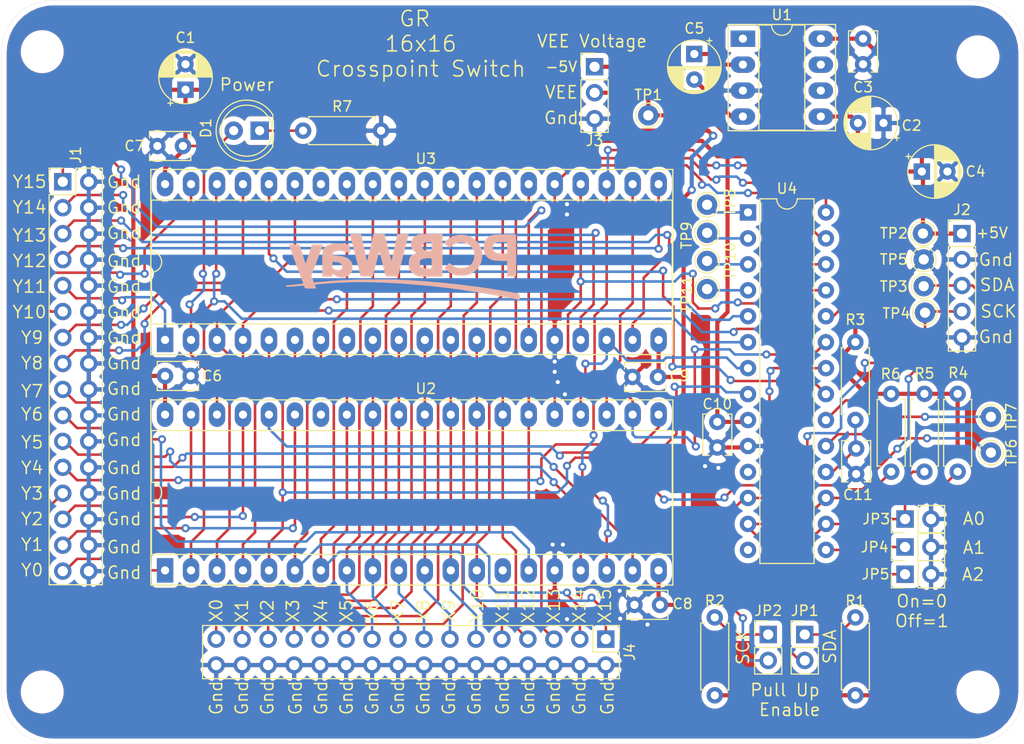
<source format=kicad_pcb>
(kicad_pcb (version 20171130) (host pcbnew "(5.1.2-1)-1")
  (layers (0 F.Cu signal) (31 B.Cu signal) (34 B.Paste user hide) (35 F.Paste user hide) (36 B.SilkS user) (37 F.SilkS user) (38 B.Mask user) (39 F.Mask user) (44 Edge.Cuts user))
  (net 0 "")
  (net 1 VCC)
  (net 2 GNDREF)
  (net 3 /SDA)
  (net 4 /SCK)
  (net 5 "Net-(C2-Pad2)")
  (net 6 "Net-(TP6-Pad1)")
  (net 7 "Net-(TP7-Pad1)")
  (net 8 "Net-(U4-Pad14)")
  (net 9 "Net-(U4-Pad11)")
  (net 10 VEE)
  (net 11 "Net-(C5-Pad2)")
  (net 12 "Net-(C5-Pad1)")
  (net 13 "Net-(C11-Pad2)")
  (net 14 "Net-(D1-Pad1)")
  (net 15 /Y0)
  (net 16 /Y1)
  (net 17 /Y2)
  (net 18 /Y3)
  (net 19 /Y4)
  (net 20 /Y5)
  (net 21 /Y6)
  (net 22 /Y7)
  (net 23 /Y8)
  (net 24 /Y9)
  (net 25 /Y10)
  (net 26 /Y11)
  (net 27 /Y12)
  (net 28 /Y13)
  (net 29 /Y14)
  (net 30 /Y15)
  (net 31 /X15)
  (net 32 /X14)
  (net 33 /X13)
  (net 34 /X12)
  (net 35 /X11)
  (net 36 /X10)
  (net 37 /X9)
  (net 38 /X8)
  (net 39 /X7)
  (net 40 /X6)
  (net 41 /X5)
  (net 42 /X4)
  (net 43 /X3)
  (net 44 /X2)
  (net 45 /X1)
  (net 46 /X0)
  (net 47 "Net-(JP1-Pad1)")
  (net 48 "Net-(JP2-Pad1)")
  (net 49 "/GPIO Expander/A0")
  (net 50 "/GPIO Expander/A1")
  (net 51 "/GPIO Expander/A2")
  (net 52 "/GPIO Expander/Out1")
  (net 53 "/GPIO Expander/Out2")
  (net 54 "/GPIO Expander/Out3")
  (net 55 "/GPIO Expander/Out4")
  (net 56 "Net-(U1-Pad1)")
  (net 57 "Net-(U1-Pad6)")
  (net 58 "Net-(U1-Pad7)")
  (net 59 /DATA)
  (net 60 /STROBE)
  (net 61 /CS0)
  (net 62 "Net-(U2-Pad34)")
  (net 63 "Net-(U2-Pad14)")
  (net 64 /AY1)
  (net 65 /AX0)
  (net 66 /AY0)
  (net 67 /AX3)
  (net 68 /AX2)
  (net 69 /RESET)
  (net 70 /AX1)
  (net 71 /AY2)
  (net 72 "Net-(U3-Pad14)")
  (net 73 "Net-(U3-Pad34)")
  (net 74 /CS1)
  (module "_Custom_Footprints:pcb way logo" (layer B.Cu) (at 127.261 90.271 180)
    (fp_text reference G*** hide)
    (fp_text value LOGO hide)
  )
  (module MountingHole:MountingHole_3.2mm_M3 (layer F.Cu) (at 92.075 68.453)
    (fp_text reference MH1 hide)
    (fp_text value MountingHole)
    (pad "" np_thru_hole circle (at -0.075 0.089) (size 3.2 3.2) (drill 3.2) (layers *.Cu *.Mask))
  )
  (module MountingHole:MountingHole_3.2mm_M3 (layer F.Cu) (at 183.515 68.453)
    (fp_text reference MH2 hide)
    (fp_text value MountingHole)
    (pad "" np_thru_hole circle (at -0.015 0.597) (size 3.2 3.2) (drill 3.2) (layers *.Cu *.Mask))
  )
  (module MountingHole:MountingHole_3.2mm_M3 (layer F.Cu) (at 184.531 131.191)
    (fp_text reference MH3 hide)
    (fp_text value MountingHole)
    (pad "" np_thru_hole circle (at -1.031 0) (size 3.2 3.2) (drill 3.2) (layers *.Cu *.Mask))
  )
  (module MountingHole:MountingHole_3.2mm_M3 (layer F.Cu) (at 93.091 131.191)
    (fp_text reference MH4 hide)
    (fp_text value MountingHole)
    (pad "" np_thru_hole circle (at -1.091 0) (size 3.2 3.2) (drill 3.2) (layers *.Cu *.Mask))
  )
  (module Capacitor_THT:C_Disc_D3.8mm_W2.6mm_P2.50mm (layer F.Cu) (at 171.586 109.871 90)
    (fp_text reference C11 (at -2.025 0.175 180) (layer F.SilkS))
    (fp_text value 100nF)
    (pad 1 thru_hole circle (at 0 0 90) (size 1.6 1.6) (drill 0.8) (layers *.Cu *.Mask) (net 2 GNDREF))
    (pad 2 thru_hole circle (at 2.5 0 90) (size 1.6 1.6) (drill 0.8) (layers *.Cu *.Mask) (net 13 "Net-(C11-Pad2)"))
  )
  (module Capacitor_THT:C_Disc_D3.8mm_W2.6mm_P2.50mm (layer F.Cu) (at 158.011 104.771 270)
    (fp_text reference C10 (at -1.75 0 180) (layer F.SilkS))
    (fp_text value 100nF)
    (pad 2 thru_hole circle (at 2.5 0 270) (size 1.6 1.6) (drill 0.8) (layers *.Cu *.Mask) (net 2 GNDREF))
    (pad 1 thru_hole circle (at 0 0 270) (size 1.6 1.6) (drill 0.8) (layers *.Cu *.Mask) (net 1 VCC))
  )
  (module Capacitor_THT:CP_Radial_D5.0mm_P2.50mm (layer F.Cu) (at 106.011 72.271 90)
    (fp_text reference C1 (at 5.1 0 180) (layer F.SilkS))
    (fp_text value 10uF)
    (pad 1 thru_hole rect (at 0 0 90) (size 1.6 1.6) (drill 0.8) (layers *.Cu *.Mask) (net 1 VCC))
    (pad 2 thru_hole circle (at 2.5 0 90) (size 1.6 1.6) (drill 0.8) (layers *.Cu *.Mask) (net 2 GNDREF))
  )
  (module Connector_PinHeader_2.54mm:PinHeader_1x05_P2.54mm_Vertical (layer F.Cu) (at 181.93308 86.34162)
    (fp_text reference J2 (at 0 -2.33) (layer F.SilkS))
    (fp_text value Conn_01x05)
    (pad 1 thru_hole rect (at 0 0) (size 1.7 1.7) (drill 1) (layers *.Cu *.Mask) (net 1 VCC))
    (pad 2 thru_hole oval (at 0 2.54) (size 1.7 1.7) (drill 1) (layers *.Cu *.Mask) (net 2 GNDREF))
    (pad 3 thru_hole oval (at 0 5.08) (size 1.7 1.7) (drill 1) (layers *.Cu *.Mask) (net 3 /SDA))
    (pad 4 thru_hole oval (at 0 7.62) (size 1.7 1.7) (drill 1) (layers *.Cu *.Mask) (net 4 /SCK))
    (pad 5 thru_hole oval (at 0 10.16) (size 1.7 1.7) (drill 1) (layers *.Cu *.Mask) (net 2 GNDREF))
  )
  (module Connector_PinHeader_2.54mm:PinHeader_2x16_P2.54mm_Vertical (layer F.Cu) (at 94.011 81.271)
    (fp_text reference J1 (at 1.26238 -2.62382 270) (layer F.SilkS))
    (fp_text value Conn_02x16_Odd_Even)
    (pad 32 thru_hole oval (at 2.54 38.1) (size 1.7 1.7) (drill 1) (layers *.Cu *.Mask) (net 2 GNDREF))
    (pad 31 thru_hole oval (at 0 38.1) (size 1.7 1.7) (drill 1) (layers *.Cu *.Mask) (net 15 /Y0))
    (pad 30 thru_hole oval (at 2.54 35.56) (size 1.7 1.7) (drill 1) (layers *.Cu *.Mask) (net 2 GNDREF))
    (pad 29 thru_hole oval (at 0 35.56) (size 1.7 1.7) (drill 1) (layers *.Cu *.Mask) (net 16 /Y1))
    (pad 28 thru_hole oval (at 2.54 33.02) (size 1.7 1.7) (drill 1) (layers *.Cu *.Mask) (net 2 GNDREF))
    (pad 27 thru_hole oval (at 0 33.02) (size 1.7 1.7) (drill 1) (layers *.Cu *.Mask) (net 17 /Y2))
    (pad 26 thru_hole oval (at 2.54 30.48) (size 1.7 1.7) (drill 1) (layers *.Cu *.Mask) (net 2 GNDREF))
    (pad 25 thru_hole oval (at 0 30.48) (size 1.7 1.7) (drill 1) (layers *.Cu *.Mask) (net 18 /Y3))
    (pad 24 thru_hole oval (at 2.54 27.94) (size 1.7 1.7) (drill 1) (layers *.Cu *.Mask) (net 2 GNDREF))
    (pad 23 thru_hole oval (at 0 27.94) (size 1.7 1.7) (drill 1) (layers *.Cu *.Mask) (net 19 /Y4))
    (pad 22 thru_hole oval (at 2.54 25.4) (size 1.7 1.7) (drill 1) (layers *.Cu *.Mask) (net 2 GNDREF))
    (pad 21 thru_hole oval (at 0 25.4) (size 1.7 1.7) (drill 1) (layers *.Cu *.Mask) (net 20 /Y5))
    (pad 20 thru_hole oval (at 2.54 22.86) (size 1.7 1.7) (drill 1) (layers *.Cu *.Mask) (net 2 GNDREF))
    (pad 19 thru_hole oval (at 0 22.86) (size 1.7 1.7) (drill 1) (layers *.Cu *.Mask) (net 21 /Y6))
    (pad 18 thru_hole oval (at 2.54 20.32) (size 1.7 1.7) (drill 1) (layers *.Cu *.Mask) (net 2 GNDREF))
    (pad 17 thru_hole oval (at 0 20.32) (size 1.7 1.7) (drill 1) (layers *.Cu *.Mask) (net 22 /Y7))
    (pad 16 thru_hole oval (at 2.54 17.78) (size 1.7 1.7) (drill 1) (layers *.Cu *.Mask) (net 2 GNDREF))
    (pad 15 thru_hole oval (at 0 17.78) (size 1.7 1.7) (drill 1) (layers *.Cu *.Mask) (net 23 /Y8))
    (pad 14 thru_hole oval (at 2.54 15.24) (size 1.7 1.7) (drill 1) (layers *.Cu *.Mask) (net 2 GNDREF))
    (pad 13 thru_hole oval (at 0 15.24) (size 1.7 1.7) (drill 1) (layers *.Cu *.Mask) (net 24 /Y9))
    (pad 12 thru_hole oval (at 2.54 12.7) (size 1.7 1.7) (drill 1) (layers *.Cu *.Mask) (net 2 GNDREF))
    (pad 11 thru_hole oval (at 0 12.7) (size 1.7 1.7) (drill 1) (layers *.Cu *.Mask) (net 25 /Y10))
    (pad 10 thru_hole oval (at 2.54 10.16) (size 1.7 1.7) (drill 1) (layers *.Cu *.Mask) (net 2 GNDREF))
    (pad 9 thru_hole oval (at 0 10.16) (size 1.7 1.7) (drill 1) (layers *.Cu *.Mask) (net 26 /Y11))
    (pad 8 thru_hole oval (at 2.54 7.62) (size 1.7 1.7) (drill 1) (layers *.Cu *.Mask) (net 2 GNDREF))
    (pad 7 thru_hole oval (at 0 7.62) (size 1.7 1.7) (drill 1) (layers *.Cu *.Mask) (net 27 /Y12))
    (pad 6 thru_hole oval (at 2.54 5.08) (size 1.7 1.7) (drill 1) (layers *.Cu *.Mask) (net 2 GNDREF))
    (pad 5 thru_hole oval (at 0 5.08) (size 1.7 1.7) (drill 1) (layers *.Cu *.Mask) (net 28 /Y13))
    (pad 4 thru_hole oval (at 2.54 2.54) (size 1.7 1.7) (drill 1) (layers *.Cu *.Mask) (net 2 GNDREF))
    (pad 3 thru_hole oval (at 0 2.54) (size 1.7 1.7) (drill 1) (layers *.Cu *.Mask) (net 29 /Y14))
    (pad 2 thru_hole oval (at 2.54 0) (size 1.7 1.7) (drill 1) (layers *.Cu *.Mask) (net 2 GNDREF))
    (pad 1 thru_hole rect (at 0 0) (size 1.7 1.7) (drill 1) (layers *.Cu *.Mask) (net 30 /Y15))
  )
  (module Connector_PinHeader_2.54mm:PinHeader_1x02_P2.54mm_Vertical (layer F.Cu) (at 176.36694 114.27512 90)
    (fp_text reference JP3 (at 0 -2.81178 180) (layer F.SilkS))
    (fp_text value Conn_01x02)
    (pad 1 thru_hole rect (at 0 0 90) (size 1.7 1.7) (drill 1) (layers *.Cu *.Mask) (net 49 "/GPIO Expander/A0"))
    (pad 2 thru_hole oval (at 0 2.54 90) (size 1.7 1.7) (drill 1) (layers *.Cu *.Mask) (net 2 GNDREF))
  )
  (module Connector_PinHeader_2.54mm:PinHeader_1x02_P2.54mm_Vertical (layer F.Cu) (at 176.3644 117.0107 90)
    (fp_text reference JP4 (at -0.01016 -2.96926 180) (layer F.SilkS))
    (fp_text value Conn_01x02)
    (pad 1 thru_hole rect (at 0 0 90) (size 1.7 1.7) (drill 1) (layers *.Cu *.Mask) (net 50 "/GPIO Expander/A1"))
    (pad 2 thru_hole oval (at 0 2.54 90) (size 1.7 1.7) (drill 1) (layers *.Cu *.Mask) (net 2 GNDREF))
  )
  (module Connector_PinHeader_2.54mm:PinHeader_1x02_P2.54mm_Vertical (layer F.Cu) (at 176.36694 119.67262 90)
    (fp_text reference JP5 (at -0.00254 -2.88036 180) (layer F.SilkS))
    (fp_text value Conn_01x02)
    (pad 2 thru_hole oval (at 0 2.54 90) (size 1.7 1.7) (drill 1) (layers *.Cu *.Mask) (net 2 GNDREF))
    (pad 1 thru_hole rect (at 0 0 90) (size 1.7 1.7) (drill 1) (layers *.Cu *.Mask) (net 51 "/GPIO Expander/A2"))
  )
  (module Resistor_THT:R_Axial_DIN0207_L6.3mm_D2.5mm_P7.62mm_Horizontal (layer F.Cu) (at 181.511 102.021 270)
    (fp_text reference R4 (at -2.04724 -0.05334 180) (layer F.SilkS))
    (fp_text value 10K)
    (pad 2 thru_hole oval (at 7.62 0 270) (size 1.6 1.6) (drill 0.8) (layers *.Cu *.Mask) (net 49 "/GPIO Expander/A0"))
    (pad 1 thru_hole circle (at 0 0 270) (size 1.6 1.6) (drill 0.8) (layers *.Cu *.Mask) (net 1 VCC))
  )
  (module Resistor_THT:R_Axial_DIN0207_L6.3mm_D2.5mm_P7.62mm_Horizontal (layer F.Cu) (at 171.511 96.95944 270)
    (fp_text reference R3 (at -2.18844 0 180) (layer F.SilkS))
    (fp_text value 10K)
    (pad 1 thru_hole circle (at 0 0 270) (size 1.6 1.6) (drill 0.8) (layers *.Cu *.Mask) (net 1 VCC))
    (pad 2 thru_hole oval (at 7.62 0 270) (size 1.6 1.6) (drill 0.8) (layers *.Cu *.Mask) (net 13 "Net-(C11-Pad2)"))
  )
  (module Resistor_THT:R_Axial_DIN0207_L6.3mm_D2.5mm_P7.62mm_Horizontal (layer F.Cu) (at 178.261 102.021 270)
    (fp_text reference R5 (at -1.99644 0 180) (layer F.SilkS))
    (fp_text value 10K)
    (pad 1 thru_hole circle (at 0 0 270) (size 1.6 1.6) (drill 0.8) (layers *.Cu *.Mask) (net 1 VCC))
    (pad 2 thru_hole oval (at 7.62 0 270) (size 1.6 1.6) (drill 0.8) (layers *.Cu *.Mask) (net 50 "/GPIO Expander/A1"))
  )
  (module Resistor_THT:R_Axial_DIN0207_L6.3mm_D2.5mm_P7.62mm_Horizontal (layer F.Cu) (at 175.011 102.021 270)
    (fp_text reference R6 (at -1.94564 0.0508 180) (layer F.SilkS))
    (fp_text value 10K)
    (pad 2 thru_hole oval (at 7.62 0 270) (size 1.6 1.6) (drill 0.8) (layers *.Cu *.Mask) (net 51 "/GPIO Expander/A2"))
    (pad 1 thru_hole circle (at 0 0 270) (size 1.6 1.6) (drill 0.8) (layers *.Cu *.Mask) (net 1 VCC))
  )
  (module TestPoint:TestPoint_THTPad_D2.0mm_Drill1.0mm (layer F.Cu) (at 151.261 74.771)
    (fp_text reference TP1 (at 0 -1.998) (layer F.SilkS))
    (fp_text value TestPoint_Alt)
    (pad 1 thru_hole circle (at 0 0) (size 2 2) (drill 1) (layers *.Cu *.Mask) (net 5 "Net-(C2-Pad2)"))
  )
  (module TestPoint:TestPoint_THTPad_D2.0mm_Drill1.0mm (layer F.Cu) (at 178.118 86.334)
    (fp_text reference TP2 (at -2.8448 -0.0254) (layer F.SilkS))
    (fp_text value TestPoint_Alt)
    (pad 1 thru_hole circle (at 0 0) (size 2 2) (drill 1) (layers *.Cu *.Mask) (net 1 VCC))
  )
  (module TestPoint:TestPoint_THTPad_D2.0mm_Drill1.0mm (layer F.Cu) (at 178.1942 91.4902)
    (fp_text reference TP3 (at -2.9332 0.0308) (layer F.SilkS))
    (fp_text value TestPoint_Alt)
    (pad 1 thru_hole circle (at 0 0) (size 2 2) (drill 1) (layers *.Cu *.Mask) (net 3 /SDA))
  )
  (module TestPoint:TestPoint_THTPad_D2.0mm_Drill1.0mm (layer F.Cu) (at 178.3212 94.081)
    (fp_text reference TP4 (at -2.8102 0.0762) (layer F.SilkS))
    (fp_text value TestPoint_Alt)
    (pad 1 thru_hole circle (at 0 0) (size 2 2) (drill 1) (layers *.Cu *.Mask) (net 4 /SCK))
  )
  (module TestPoint:TestPoint_THTPad_D2.0mm_Drill1.0mm (layer F.Cu) (at 178.1942 88.874)
    (fp_text reference TP5 (at -2.9332 0) (layer F.SilkS))
    (fp_text value TestPoint_Alt)
    (pad 1 thru_hole circle (at 0 0) (size 2 2) (drill 1) (layers *.Cu *.Mask) (net 2 GNDREF))
  )
  (module TestPoint:TestPoint_THTPad_D2.0mm_Drill1.0mm (layer F.Cu) (at 184.761 107.771 90)
    (fp_text reference TP6 (at 0 2 270) (layer F.SilkS))
    (fp_text value TestPoint_Alt)
    (pad 1 thru_hole circle (at 0 0 90) (size 2 2) (drill 1) (layers *.Cu *.Mask) (net 6 "Net-(TP6-Pad1)"))
  )
  (module TestPoint:TestPoint_THTPad_D2.0mm_Drill1.0mm (layer F.Cu) (at 184.761 104.271 90)
    (fp_text reference TP7 (at 0 2 270) (layer F.SilkS))
    (fp_text value TestPoint_Alt)
    (pad 1 thru_hole circle (at 0 0 90) (size 2 2) (drill 1) (layers *.Cu *.Mask) (net 7 "Net-(TP7-Pad1)"))
  )
  (module Package_DIP:DIP-28_W7.62mm (layer F.Cu) (at 161.011 84.271)
    (fp_text reference U4 (at 3.81 -2.33) (layer F.SilkS))
    (fp_text value MCP23017_SP)
    (pad 1 thru_hole rect (at 0 0) (size 1.6 1.6) (drill 0.8) (layers *.Cu *.Mask) (net 52 "/GPIO Expander/Out1"))
    (pad 15 thru_hole oval (at 7.62 33.02) (size 1.6 1.6) (drill 0.8) (layers *.Cu *.Mask) (net 49 "/GPIO Expander/A0"))
    (pad 2 thru_hole oval (at 0 2.54) (size 1.6 1.6) (drill 0.8) (layers *.Cu *.Mask) (net 53 "/GPIO Expander/Out2"))
    (pad 16 thru_hole oval (at 7.62 30.48) (size 1.6 1.6) (drill 0.8) (layers *.Cu *.Mask) (net 50 "/GPIO Expander/A1"))
    (pad 3 thru_hole oval (at 0 5.08) (size 1.6 1.6) (drill 0.8) (layers *.Cu *.Mask) (net 54 "/GPIO Expander/Out3"))
    (pad 17 thru_hole oval (at 7.62 27.94) (size 1.6 1.6) (drill 0.8) (layers *.Cu *.Mask) (net 51 "/GPIO Expander/A2"))
    (pad 4 thru_hole oval (at 0 7.62) (size 1.6 1.6) (drill 0.8) (layers *.Cu *.Mask) (net 55 "/GPIO Expander/Out4"))
    (pad 18 thru_hole oval (at 7.62 25.4) (size 1.6 1.6) (drill 0.8) (layers *.Cu *.Mask) (net 13 "Net-(C11-Pad2)"))
    (pad 5 thru_hole oval (at 0 10.16) (size 1.6 1.6) (drill 0.8) (layers *.Cu *.Mask) (net 69 /RESET))
    (pad 19 thru_hole oval (at 7.62 22.86) (size 1.6 1.6) (drill 0.8) (layers *.Cu *.Mask) (net 6 "Net-(TP6-Pad1)"))
    (pad 6 thru_hole oval (at 0 12.7) (size 1.6 1.6) (drill 0.8) (layers *.Cu *.Mask) (net 59 /DATA))
    (pad 20 thru_hole oval (at 7.62 20.32) (size 1.6 1.6) (drill 0.8) (layers *.Cu *.Mask) (net 7 "Net-(TP7-Pad1)"))
    (pad 7 thru_hole oval (at 0 15.24) (size 1.6 1.6) (drill 0.8) (layers *.Cu *.Mask) (net 60 /STROBE))
    (pad 21 thru_hole oval (at 7.62 17.78) (size 1.6 1.6) (drill 0.8) (layers *.Cu *.Mask) (net 74 /CS1))
    (pad 8 thru_hole oval (at 0 17.78) (size 1.6 1.6) (drill 0.8) (layers *.Cu *.Mask) (net 61 /CS0))
    (pad 22 thru_hole oval (at 7.62 15.24) (size 1.6 1.6) (drill 0.8) (layers *.Cu *.Mask) (net 65 /AX0))
    (pad 9 thru_hole oval (at 0 20.32) (size 1.6 1.6) (drill 0.8) (layers *.Cu *.Mask) (net 1 VCC))
    (pad 23 thru_hole oval (at 7.62 12.7) (size 1.6 1.6) (drill 0.8) (layers *.Cu *.Mask) (net 70 /AX1))
    (pad 10 thru_hole oval (at 0 22.86) (size 1.6 1.6) (drill 0.8) (layers *.Cu *.Mask) (net 2 GNDREF))
    (pad 24 thru_hole oval (at 7.62 10.16) (size 1.6 1.6) (drill 0.8) (layers *.Cu *.Mask) (net 68 /AX2))
    (pad 11 thru_hole oval (at 0 25.4) (size 1.6 1.6) (drill 0.8) (layers *.Cu *.Mask) (net 9 "Net-(U4-Pad11)"))
    (pad 25 thru_hole oval (at 7.62 7.62) (size 1.6 1.6) (drill 0.8) (layers *.Cu *.Mask) (net 67 /AX3))
    (pad 12 thru_hole oval (at 0 27.94) (size 1.6 1.6) (drill 0.8) (layers *.Cu *.Mask) (net 4 /SCK))
    (pad 26 thru_hole oval (at 7.62 5.08) (size 1.6 1.6) (drill 0.8) (layers *.Cu *.Mask) (net 66 /AY0))
    (pad 13 thru_hole oval (at 0 30.48) (size 1.6 1.6) (drill 0.8) (layers *.Cu *.Mask) (net 3 /SDA))
    (pad 27 thru_hole oval (at 7.62 2.54) (size 1.6 1.6) (drill 0.8) (layers *.Cu *.Mask) (net 64 /AY1))
    (pad 14 thru_hole oval (at 0 33.02) (size 1.6 1.6) (drill 0.8) (layers *.Cu *.Mask) (net 8 "Net-(U4-Pad14)"))
    (pad 28 thru_hole oval (at 7.62 0) (size 1.6 1.6) (drill 0.8) (layers *.Cu *.Mask) (net 71 /AY2))
  )
  (module Capacitor_THT:CP_Radial_D5.0mm_P2.50mm (layer F.Cu) (at 174.261 75.521 180)
    (fp_text reference C2 (at -2.75 -0.25) (layer F.SilkS))
    (fp_text value 10uF)
    (pad 1 thru_hole rect (at 0 0 180) (size 1.6 1.6) (drill 0.8) (layers *.Cu *.Mask) (net 2 GNDREF))
    (pad 2 thru_hole circle (at 2.5 0 180) (size 1.6 1.6) (drill 0.8) (layers *.Cu *.Mask) (net 5 "Net-(C2-Pad2)"))
  )
  (module Capacitor_THT:C_Disc_D3.8mm_W2.6mm_P2.50mm (layer F.Cu) (at 172.261 69.771 90)
    (fp_text reference C3 (at -2.25 0 180) (layer F.SilkS))
    (fp_text value 100nF)
    (pad 1 thru_hole circle (at 0 0 90) (size 1.6 1.6) (drill 0.8) (layers *.Cu *.Mask) (net 2 GNDREF))
    (pad 2 thru_hole circle (at 2.5 0 90) (size 1.6 1.6) (drill 0.8) (layers *.Cu *.Mask) (net 1 VCC))
  )
  (module Capacitor_THT:CP_Radial_D5.0mm_P2.50mm (layer F.Cu) (at 178.011 80.271)
    (fp_text reference C4 (at 5.25 0) (layer F.SilkS))
    (fp_text value 10uF)
    (pad 1 thru_hole rect (at 0 0) (size 1.6 1.6) (drill 0.8) (layers *.Cu *.Mask) (net 1 VCC))
    (pad 2 thru_hole circle (at 2.5 0) (size 1.6 1.6) (drill 0.8) (layers *.Cu *.Mask) (net 2 GNDREF))
  )
  (module Capacitor_THT:CP_Radial_D5.0mm_P2.50mm (layer F.Cu) (at 155.761 68.771 270)
    (fp_text reference C5 (at -2.5 0 180) (layer F.SilkS))
    (fp_text value 10uF)
    (pad 2 thru_hole circle (at 2.5 0 270) (size 1.6 1.6) (drill 0.8) (layers *.Cu *.Mask) (net 11 "Net-(C5-Pad2)"))
    (pad 1 thru_hole rect (at 0 0 270) (size 1.6 1.6) (drill 0.8) (layers *.Cu *.Mask) (net 12 "Net-(C5-Pad1)"))
  )
  (module Capacitor_THT:C_Disc_D3.8mm_W2.6mm_P2.50mm (layer F.Cu) (at 106.511 100.271 180)
    (fp_text reference C6 (at -2.1 0 180) (layer F.SilkS))
    (fp_text value 100nF)
    (pad 2 thru_hole circle (at 2.5 0 180) (size 1.6 1.6) (drill 0.8) (layers *.Cu *.Mask) (net 1 VCC))
    (pad 1 thru_hole circle (at 0 0 180) (size 1.6 1.6) (drill 0.8) (layers *.Cu *.Mask) (net 2 GNDREF))
  )
  (module Capacitor_THT:C_Disc_D3.8mm_W2.6mm_P2.50mm (layer F.Cu) (at 103.261 77.771)
    (fp_text reference C7 (at -2.25 0 180) (layer F.SilkS))
    (fp_text value 100nF)
    (pad 1 thru_hole circle (at 0 0) (size 1.6 1.6) (drill 0.8) (layers *.Cu *.Mask) (net 2 GNDREF))
    (pad 2 thru_hole circle (at 2.5 0) (size 1.6 1.6) (drill 0.8) (layers *.Cu *.Mask) (net 1 VCC))
  )
  (module Capacitor_THT:C_Disc_D3.8mm_W2.6mm_P2.50mm (layer F.Cu) (at 149.911 122.671)
    (fp_text reference C8 (at 4.7 -0.1 180) (layer F.SilkS))
    (fp_text value 100nF)
    (pad 2 thru_hole circle (at 2.5 0) (size 1.6 1.6) (drill 0.8) (layers *.Cu *.Mask) (net 10 VEE))
    (pad 1 thru_hole circle (at 0 0) (size 1.6 1.6) (drill 0.8) (layers *.Cu *.Mask) (net 2 GNDREF))
  )
  (module Capacitor_THT:C_Disc_D3.8mm_W2.6mm_P2.50mm (layer F.Cu) (at 149.711 100.371)
    (fp_text reference C9 (at 4.6 -0.1 180) (layer F.SilkS))
    (fp_text value 100nF)
    (pad 1 thru_hole circle (at 0 0) (size 1.6 1.6) (drill 0.8) (layers *.Cu *.Mask) (net 2 GNDREF))
    (pad 2 thru_hole circle (at 2.5 0) (size 1.6 1.6) (drill 0.8) (layers *.Cu *.Mask) (net 10 VEE))
  )
  (module LED_THT:LED_D5.0mm (layer F.Cu) (at 113.261 76.271 180)
    (fp_text reference D1 (at 5.25 0.25 90) (layer F.SilkS))
    (fp_text value LED_Small_ALT)
    (pad 1 thru_hole rect (at 0 0 180) (size 1.8 1.8) (drill 0.9) (layers *.Cu *.Mask) (net 14 "Net-(D1-Pad1)"))
    (pad 2 thru_hole circle (at 2.54 0 180) (size 1.8 1.8) (drill 0.9) (layers *.Cu *.Mask) (net 1 VCC))
  )
  (module Connector_PinHeader_2.54mm:PinHeader_1x03_P2.54mm_Vertical (layer F.Cu) (at 146.011 70.021)
    (fp_text reference J3 (at 0 7.25 180) (layer F.SilkS))
    (fp_text value Conn_01x03)
    (pad 1 thru_hole rect (at 0 0) (size 1.7 1.7) (drill 1) (layers *.Cu *.Mask) (net 5 "Net-(C2-Pad2)"))
    (pad 2 thru_hole oval (at 0 2.54) (size 1.7 1.7) (drill 1) (layers *.Cu *.Mask) (net 10 VEE))
    (pad 3 thru_hole oval (at 0 5.08) (size 1.7 1.7) (drill 1) (layers *.Cu *.Mask) (net 2 GNDREF))
  )
  (module Connector_PinHeader_2.54mm:PinHeader_2x16_P2.54mm_Vertical (layer F.Cu) (at 147.111 126.021 270)
    (fp_text reference J4 (at 1.27 -2.33 90) (layer F.SilkS))
    (fp_text value Conn_02x16_Odd_Even)
    (pad 1 thru_hole rect (at 0 0 270) (size 1.7 1.7) (drill 1) (layers *.Cu *.Mask) (net 31 /X15))
    (pad 2 thru_hole oval (at 2.54 0 270) (size 1.7 1.7) (drill 1) (layers *.Cu *.Mask) (net 2 GNDREF))
    (pad 3 thru_hole oval (at 0 2.54 270) (size 1.7 1.7) (drill 1) (layers *.Cu *.Mask) (net 32 /X14))
    (pad 4 thru_hole oval (at 2.54 2.54 270) (size 1.7 1.7) (drill 1) (layers *.Cu *.Mask) (net 2 GNDREF))
    (pad 5 thru_hole oval (at 0 5.08 270) (size 1.7 1.7) (drill 1) (layers *.Cu *.Mask) (net 33 /X13))
    (pad 6 thru_hole oval (at 2.54 5.08 270) (size 1.7 1.7) (drill 1) (layers *.Cu *.Mask) (net 2 GNDREF))
    (pad 7 thru_hole oval (at 0 7.62 270) (size 1.7 1.7) (drill 1) (layers *.Cu *.Mask) (net 34 /X12))
    (pad 8 thru_hole oval (at 2.54 7.62 270) (size 1.7 1.7) (drill 1) (layers *.Cu *.Mask) (net 2 GNDREF))
    (pad 9 thru_hole oval (at 0 10.16 270) (size 1.7 1.7) (drill 1) (layers *.Cu *.Mask) (net 35 /X11))
    (pad 10 thru_hole oval (at 2.54 10.16 270) (size 1.7 1.7) (drill 1) (layers *.Cu *.Mask) (net 2 GNDREF))
    (pad 11 thru_hole oval (at 0 12.7 270) (size 1.7 1.7) (drill 1) (layers *.Cu *.Mask) (net 36 /X10))
    (pad 12 thru_hole oval (at 2.54 12.7 270) (size 1.7 1.7) (drill 1) (layers *.Cu *.Mask) (net 2 GNDREF))
    (pad 13 thru_hole oval (at 0 15.24 270) (size 1.7 1.7) (drill 1) (layers *.Cu *.Mask) (net 37 /X9))
    (pad 14 thru_hole oval (at 2.54 15.24 270) (size 1.7 1.7) (drill 1) (layers *.Cu *.Mask) (net 2 GNDREF))
    (pad 15 thru_hole oval (at 0 17.78 270) (size 1.7 1.7) (drill 1) (layers *.Cu *.Mask) (net 38 /X8))
    (pad 16 thru_hole oval (at 2.54 17.78 270) (size 1.7 1.7) (drill 1) (layers *.Cu *.Mask) (net 2 GNDREF))
    (pad 17 thru_hole oval (at 0 20.32 270) (size 1.7 1.7) (drill 1) (layers *.Cu *.Mask) (net 39 /X7))
    (pad 18 thru_hole oval (at 2.54 20.32 270) (size 1.7 1.7) (drill 1) (layers *.Cu *.Mask) (net 2 GNDREF))
    (pad 19 thru_hole oval (at 0 22.86 270) (size 1.7 1.7) (drill 1) (layers *.Cu *.Mask) (net 40 /X6))
    (pad 20 thru_hole oval (at 2.54 22.86 270) (size 1.7 1.7) (drill 1) (layers *.Cu *.Mask) (net 2 GNDREF))
    (pad 21 thru_hole oval (at 0 25.4 270) (size 1.7 1.7) (drill 1) (layers *.Cu *.Mask) (net 41 /X5))
    (pad 22 thru_hole oval (at 2.54 25.4 270) (size 1.7 1.7) (drill 1) (layers *.Cu *.Mask) (net 2 GNDREF))
    (pad 23 thru_hole oval (at 0 27.94 270) (size 1.7 1.7) (drill 1) (layers *.Cu *.Mask) (net 42 /X4))
    (pad 24 thru_hole oval (at 2.54 27.94 270) (size 1.7 1.7) (drill 1) (layers *.Cu *.Mask) (net 2 GNDREF))
    (pad 25 thru_hole oval (at 0 30.48 270) (size 1.7 1.7) (drill 1) (layers *.Cu *.Mask) (net 43 /X3))
    (pad 26 thru_hole oval (at 2.54 30.48 270) (size 1.7 1.7) (drill 1) (layers *.Cu *.Mask) (net 2 GNDREF))
    (pad 27 thru_hole oval (at 0 33.02 270) (size 1.7 1.7) (drill 1) (layers *.Cu *.Mask) (net 44 /X2))
    (pad 28 thru_hole oval (at 2.54 33.02 270) (size 1.7 1.7) (drill 1) (layers *.Cu *.Mask) (net 2 GNDREF))
    (pad 29 thru_hole oval (at 0 35.56 270) (size 1.7 1.7) (drill 1) (layers *.Cu *.Mask) (net 45 /X1))
    (pad 30 thru_hole oval (at 2.54 35.56 270) (size 1.7 1.7) (drill 1) (layers *.Cu *.Mask) (net 2 GNDREF))
    (pad 31 thru_hole oval (at 0 38.1 270) (size 1.7 1.7) (drill 1) (layers *.Cu *.Mask) (net 46 /X0))
    (pad 32 thru_hole oval (at 2.54 38.1 270) (size 1.7 1.7) (drill 1) (layers *.Cu *.Mask) (net 2 GNDREF))
  )
  (module Connector_PinHeader_2.54mm:PinHeader_1x02_P2.54mm_Vertical (layer F.Cu) (at 166.561 125.571)
    (fp_text reference JP1 (at 0 -2.33) (layer F.SilkS))
    (fp_text value Conn_01x02)
    (pad 1 thru_hole rect (at 0 0) (size 1.7 1.7) (drill 1) (layers *.Cu *.Mask) (net 47 "Net-(JP1-Pad1)"))
    (pad 2 thru_hole oval (at 0 2.54) (size 1.7 1.7) (drill 1) (layers *.Cu *.Mask) (net 3 /SDA))
  )
  (module Connector_PinHeader_2.54mm:PinHeader_1x02_P2.54mm_Vertical (layer F.Cu) (at 162.986 125.571)
    (fp_text reference JP2 (at 0 -2.33) (layer F.SilkS))
    (fp_text value Conn_01x02)
    (pad 2 thru_hole oval (at 0 2.54) (size 1.7 1.7) (drill 1) (layers *.Cu *.Mask) (net 4 /SCK))
    (pad 1 thru_hole rect (at 0 0) (size 1.7 1.7) (drill 1) (layers *.Cu *.Mask) (net 48 "Net-(JP2-Pad1)"))
  )
  (module Resistor_THT:R_Axial_DIN0207_L6.3mm_D2.5mm_P7.62mm_Horizontal (layer F.Cu) (at 171.511 131.521 90)
    (fp_text reference R1 (at 9.25 0) (layer F.SilkS))
    (fp_text value 10K)
    (pad 1 thru_hole circle (at 0 0 90) (size 1.6 1.6) (drill 0.8) (layers *.Cu *.Mask) (net 1 VCC))
    (pad 2 thru_hole oval (at 7.62 0 90) (size 1.6 1.6) (drill 0.8) (layers *.Cu *.Mask) (net 47 "Net-(JP1-Pad1)"))
  )
  (module Resistor_THT:R_Axial_DIN0207_L6.3mm_D2.5mm_P7.62mm_Horizontal (layer F.Cu) (at 157.761 131.521 90)
    (fp_text reference R2 (at 9.25 0) (layer F.SilkS))
    (fp_text value 10K)
    (pad 2 thru_hole oval (at 7.62 0 90) (size 1.6 1.6) (drill 0.8) (layers *.Cu *.Mask) (net 48 "Net-(JP2-Pad1)"))
    (pad 1 thru_hole circle (at 0 0 90) (size 1.6 1.6) (drill 0.8) (layers *.Cu *.Mask) (net 1 VCC))
  )
  (module Resistor_THT:R_Axial_DIN0207_L6.3mm_D2.5mm_P7.62mm_Horizontal (layer F.Cu) (at 117.511 76.271)
    (fp_text reference R7 (at 3.81 -2.37) (layer F.SilkS))
    (fp_text value 10K)
    (pad 1 thru_hole circle (at 0 0) (size 1.6 1.6) (drill 0.8) (layers *.Cu *.Mask) (net 14 "Net-(D1-Pad1)"))
    (pad 2 thru_hole oval (at 7.62 0) (size 1.6 1.6) (drill 0.8) (layers *.Cu *.Mask) (net 2 GNDREF))
  )
  (module TestPoint:TestPoint_THTPad_D2.0mm_Drill1.0mm (layer F.Cu) (at 157.011 83.521)
    (fp_text reference TP8 (at 2.25 -0.25 90) (layer F.SilkS))
    (fp_text value TestPoint_Alt)
    (pad 1 thru_hole circle (at 0 0) (size 2 2) (drill 1) (layers *.Cu *.Mask) (net 52 "/GPIO Expander/Out1"))
  )
  (module TestPoint:TestPoint_THTPad_D2.0mm_Drill1.0mm (layer F.Cu) (at 157.011 86.271)
    (fp_text reference TP9 (at -2 0.25 90) (layer F.SilkS))
    (fp_text value TestPoint_Alt)
    (pad 1 thru_hole circle (at 0 0) (size 2 2) (drill 1) (layers *.Cu *.Mask) (net 53 "/GPIO Expander/Out2"))
  )
  (module TestPoint:TestPoint_THTPad_D2.0mm_Drill1.0mm (layer F.Cu) (at 157.011 89.021)
    (fp_text reference TP10 (at 2.25 0 90) (layer F.SilkS))
    (fp_text value TestPoint_Alt)
    (pad 1 thru_hole circle (at 0 0) (size 2 2) (drill 1) (layers *.Cu *.Mask) (net 54 "/GPIO Expander/Out3"))
  )
  (module TestPoint:TestPoint_THTPad_D2.0mm_Drill1.0mm (layer F.Cu) (at 157.011 91.771)
    (fp_text reference TP11 (at -2 0.5 90) (layer F.SilkS))
    (fp_text value TestPoint_Alt)
    (pad 1 thru_hole circle (at 0 0) (size 2 2) (drill 1) (layers *.Cu *.Mask) (net 55 "/GPIO Expander/Out4"))
  )
  (module Package_DIP:DIP-8_W7.62mm_Socket_LongPads (layer F.Cu) (at 160.511 67.271)
    (fp_text reference U1 (at 3.81 -2.33) (layer F.SilkS))
    (fp_text value ICL7660)
    (pad 1 thru_hole rect (at 0 0) (size 2.4 1.6) (drill 0.8) (layers *.Cu *.Mask) (net 56 "Net-(U1-Pad1)"))
    (pad 5 thru_hole oval (at 7.62 7.62) (size 2.4 1.6) (drill 0.8) (layers *.Cu *.Mask) (net 5 "Net-(C2-Pad2)"))
    (pad 2 thru_hole oval (at 0 2.54) (size 2.4 1.6) (drill 0.8) (layers *.Cu *.Mask) (net 12 "Net-(C5-Pad1)"))
    (pad 6 thru_hole oval (at 7.62 5.08) (size 2.4 1.6) (drill 0.8) (layers *.Cu *.Mask) (net 57 "Net-(U1-Pad6)"))
    (pad 3 thru_hole oval (at 0 5.08) (size 2.4 1.6) (drill 0.8) (layers *.Cu *.Mask) (net 2 GNDREF))
    (pad 7 thru_hole oval (at 7.62 2.54) (size 2.4 1.6) (drill 0.8) (layers *.Cu *.Mask) (net 58 "Net-(U1-Pad7)"))
    (pad 4 thru_hole oval (at 0 7.62) (size 2.4 1.6) (drill 0.8) (layers *.Cu *.Mask) (net 11 "Net-(C5-Pad2)"))
    (pad 8 thru_hole oval (at 7.62 0) (size 2.4 1.6) (drill 0.8) (layers *.Cu *.Mask) (net 1 VCC))
  )
  (module Package_DIP:DIP-40_W15.24mm_Socket_LongPads (layer F.Cu) (at 104.011 119.296 90)
    (fp_text reference U2 (at 17.775 25.5 180) (layer F.SilkS))
    (fp_text value MT8816)
    (pad 40 thru_hole oval (at 15.24 0 90) (size 2.4 1.6) (drill 0.8) (layers *.Cu *.Mask) (net 1 VCC))
    (pad 20 thru_hole oval (at 0 48.26 90) (size 2.4 1.6) (drill 0.8) (layers *.Cu *.Mask) (net 10 VEE))
    (pad 39 thru_hole oval (at 15.24 2.54 90) (size 2.4 1.6) (drill 0.8) (layers *.Cu *.Mask) (net 17 /Y2))
    (pad 19 thru_hole oval (at 0 45.72 90) (size 2.4 1.6) (drill 0.8) (layers *.Cu *.Mask) (net 20 /Y5))
    (pad 38 thru_hole oval (at 15.24 5.08 90) (size 2.4 1.6) (drill 0.8) (layers *.Cu *.Mask) (net 59 /DATA))
    (pad 18 thru_hole oval (at 0 43.18 90) (size 2.4 1.6) (drill 0.8) (layers *.Cu *.Mask) (net 60 /STROBE))
    (pad 37 thru_hole oval (at 15.24 7.62 90) (size 2.4 1.6) (drill 0.8) (layers *.Cu *.Mask) (net 16 /Y1))
    (pad 17 thru_hole oval (at 0 40.64 90) (size 2.4 1.6) (drill 0.8) (layers *.Cu *.Mask) (net 21 /Y6))
    (pad 36 thru_hole oval (at 15.24 10.16 90) (size 2.4 1.6) (drill 0.8) (layers *.Cu *.Mask) (net 61 /CS0))
    (pad 16 thru_hole oval (at 0 38.1 90) (size 2.4 1.6) (drill 0.8) (layers *.Cu *.Mask) (net 2 GNDREF))
    (pad 35 thru_hole oval (at 15.24 12.7 90) (size 2.4 1.6) (drill 0.8) (layers *.Cu *.Mask) (net 15 /Y0))
    (pad 15 thru_hole oval (at 0 35.56 90) (size 2.4 1.6) (drill 0.8) (layers *.Cu *.Mask) (net 22 /Y7))
    (pad 34 thru_hole oval (at 15.24 15.24 90) (size 2.4 1.6) (drill 0.8) (layers *.Cu *.Mask) (net 62 "Net-(U2-Pad34)"))
    (pad 14 thru_hole oval (at 0 33.02 90) (size 2.4 1.6) (drill 0.8) (layers *.Cu *.Mask) (net 63 "Net-(U2-Pad14)"))
    (pad 33 thru_hole oval (at 15.24 17.78 90) (size 2.4 1.6) (drill 0.8) (layers *.Cu *.Mask) (net 46 /X0))
    (pad 13 thru_hole oval (at 0 30.48 90) (size 2.4 1.6) (drill 0.8) (layers *.Cu *.Mask) (net 35 /X11))
    (pad 32 thru_hole oval (at 15.24 20.32 90) (size 2.4 1.6) (drill 0.8) (layers *.Cu *.Mask) (net 45 /X1))
    (pad 12 thru_hole oval (at 0 27.94 90) (size 2.4 1.6) (drill 0.8) (layers *.Cu *.Mask) (net 36 /X10))
    (pad 31 thru_hole oval (at 15.24 22.86 90) (size 2.4 1.6) (drill 0.8) (layers *.Cu *.Mask) (net 44 /X2))
    (pad 11 thru_hole oval (at 0 25.4 90) (size 2.4 1.6) (drill 0.8) (layers *.Cu *.Mask) (net 37 /X9))
    (pad 30 thru_hole oval (at 15.24 25.4 90) (size 2.4 1.6) (drill 0.8) (layers *.Cu *.Mask) (net 43 /X3))
    (pad 10 thru_hole oval (at 0 22.86 90) (size 2.4 1.6) (drill 0.8) (layers *.Cu *.Mask) (net 38 /X8))
    (pad 29 thru_hole oval (at 15.24 27.94 90) (size 2.4 1.6) (drill 0.8) (layers *.Cu *.Mask) (net 42 /X4))
    (pad 9 thru_hole oval (at 0 20.32 90) (size 2.4 1.6) (drill 0.8) (layers *.Cu *.Mask) (net 39 /X7))
    (pad 28 thru_hole oval (at 15.24 30.48 90) (size 2.4 1.6) (drill 0.8) (layers *.Cu *.Mask) (net 41 /X5))
    (pad 8 thru_hole oval (at 0 17.78 90) (size 2.4 1.6) (drill 0.8) (layers *.Cu *.Mask) (net 40 /X6))
    (pad 27 thru_hole oval (at 15.24 33.02 90) (size 2.4 1.6) (drill 0.8) (layers *.Cu *.Mask) (net 34 /X12))
    (pad 7 thru_hole oval (at 0 15.24 90) (size 2.4 1.6) (drill 0.8) (layers *.Cu *.Mask) (net 31 /X15))
    (pad 26 thru_hole oval (at 15.24 35.56 90) (size 2.4 1.6) (drill 0.8) (layers *.Cu *.Mask) (net 33 /X13))
    (pad 6 thru_hole oval (at 0 12.7 90) (size 2.4 1.6) (drill 0.8) (layers *.Cu *.Mask) (net 32 /X14))
    (pad 25 thru_hole oval (at 15.24 38.1 90) (size 2.4 1.6) (drill 0.8) (layers *.Cu *.Mask) (net 64 /AY1))
    (pad 5 thru_hole oval (at 0 10.16 90) (size 2.4 1.6) (drill 0.8) (layers *.Cu *.Mask) (net 65 /AX0))
    (pad 24 thru_hole oval (at 15.24 40.64 90) (size 2.4 1.6) (drill 0.8) (layers *.Cu *.Mask) (net 66 /AY0))
    (pad 4 thru_hole oval (at 0 7.62 90) (size 2.4 1.6) (drill 0.8) (layers *.Cu *.Mask) (net 67 /AX3))
    (pad 23 thru_hole oval (at 15.24 43.18 90) (size 2.4 1.6) (drill 0.8) (layers *.Cu *.Mask) (net 68 /AX2))
    (pad 3 thru_hole oval (at 0 5.08 90) (size 2.4 1.6) (drill 0.8) (layers *.Cu *.Mask) (net 69 /RESET))
    (pad 22 thru_hole oval (at 15.24 45.72 90) (size 2.4 1.6) (drill 0.8) (layers *.Cu *.Mask) (net 70 /AX1))
    (pad 2 thru_hole oval (at 0 2.54 90) (size 2.4 1.6) (drill 0.8) (layers *.Cu *.Mask) (net 71 /AY2))
    (pad 21 thru_hole oval (at 15.24 48.26 90) (size 2.4 1.6) (drill 0.8) (layers *.Cu *.Mask) (net 19 /Y4))
    (pad 1 thru_hole rect (at 0 0 90) (size 2.4 1.6) (drill 0.8) (layers *.Cu *.Mask) (net 18 /Y3))
  )
  (module Package_DIP:DIP-40_W15.24mm_Socket_LongPads (layer F.Cu) (at 104.011 96.746 90)
    (fp_text reference U3 (at 17.725 25.5 180) (layer F.SilkS))
    (fp_text value MT8816)
    (pad 1 thru_hole rect (at 0 0 90) (size 2.4 1.6) (drill 0.8) (layers *.Cu *.Mask) (net 26 /Y11))
    (pad 21 thru_hole oval (at 15.24 48.26 90) (size 2.4 1.6) (drill 0.8) (layers *.Cu *.Mask) (net 27 /Y12))
    (pad 2 thru_hole oval (at 0 2.54 90) (size 2.4 1.6) (drill 0.8) (layers *.Cu *.Mask) (net 71 /AY2))
    (pad 22 thru_hole oval (at 15.24 45.72 90) (size 2.4 1.6) (drill 0.8) (layers *.Cu *.Mask) (net 70 /AX1))
    (pad 3 thru_hole oval (at 0 5.08 90) (size 2.4 1.6) (drill 0.8) (layers *.Cu *.Mask) (net 69 /RESET))
    (pad 23 thru_hole oval (at 15.24 43.18 90) (size 2.4 1.6) (drill 0.8) (layers *.Cu *.Mask) (net 68 /AX2))
    (pad 4 thru_hole oval (at 0 7.62 90) (size 2.4 1.6) (drill 0.8) (layers *.Cu *.Mask) (net 67 /AX3))
    (pad 24 thru_hole oval (at 15.24 40.64 90) (size 2.4 1.6) (drill 0.8) (layers *.Cu *.Mask) (net 66 /AY0))
    (pad 5 thru_hole oval (at 0 10.16 90) (size 2.4 1.6) (drill 0.8) (layers *.Cu *.Mask) (net 65 /AX0))
    (pad 25 thru_hole oval (at 15.24 38.1 90) (size 2.4 1.6) (drill 0.8) (layers *.Cu *.Mask) (net 64 /AY1))
    (pad 6 thru_hole oval (at 0 12.7 90) (size 2.4 1.6) (drill 0.8) (layers *.Cu *.Mask) (net 32 /X14))
    (pad 26 thru_hole oval (at 15.24 35.56 90) (size 2.4 1.6) (drill 0.8) (layers *.Cu *.Mask) (net 33 /X13))
    (pad 7 thru_hole oval (at 0 15.24 90) (size 2.4 1.6) (drill 0.8) (layers *.Cu *.Mask) (net 31 /X15))
    (pad 27 thru_hole oval (at 15.24 33.02 90) (size 2.4 1.6) (drill 0.8) (layers *.Cu *.Mask) (net 34 /X12))
    (pad 8 thru_hole oval (at 0 17.78 90) (size 2.4 1.6) (drill 0.8) (layers *.Cu *.Mask) (net 40 /X6))
    (pad 28 thru_hole oval (at 15.24 30.48 90) (size 2.4 1.6) (drill 0.8) (layers *.Cu *.Mask) (net 41 /X5))
    (pad 9 thru_hole oval (at 0 20.32 90) (size 2.4 1.6) (drill 0.8) (layers *.Cu *.Mask) (net 39 /X7))
    (pad 29 thru_hole oval (at 15.24 27.94 90) (size 2.4 1.6) (drill 0.8) (layers *.Cu *.Mask) (net 42 /X4))
    (pad 10 thru_hole oval (at 0 22.86 90) (size 2.4 1.6) (drill 0.8) (layers *.Cu *.Mask) (net 38 /X8))
    (pad 30 thru_hole oval (at 15.24 25.4 90) (size 2.4 1.6) (drill 0.8) (layers *.Cu *.Mask) (net 43 /X3))
    (pad 11 thru_hole oval (at 0 25.4 90) (size 2.4 1.6) (drill 0.8) (layers *.Cu *.Mask) (net 37 /X9))
    (pad 31 thru_hole oval (at 15.24 22.86 90) (size 2.4 1.6) (drill 0.8) (layers *.Cu *.Mask) (net 44 /X2))
    (pad 12 thru_hole oval (at 0 27.94 90) (size 2.4 1.6) (drill 0.8) (layers *.Cu *.Mask) (net 36 /X10))
    (pad 32 thru_hole oval (at 15.24 20.32 90) (size 2.4 1.6) (drill 0.8) (layers *.Cu *.Mask) (net 45 /X1))
    (pad 13 thru_hole oval (at 0 30.48 90) (size 2.4 1.6) (drill 0.8) (layers *.Cu *.Mask) (net 35 /X11))
    (pad 33 thru_hole oval (at 15.24 17.78 90) (size 2.4 1.6) (drill 0.8) (layers *.Cu *.Mask) (net 46 /X0))
    (pad 14 thru_hole oval (at 0 33.02 90) (size 2.4 1.6) (drill 0.8) (layers *.Cu *.Mask) (net 72 "Net-(U3-Pad14)"))
    (pad 34 thru_hole oval (at 15.24 15.24 90) (size 2.4 1.6) (drill 0.8) (layers *.Cu *.Mask) (net 73 "Net-(U3-Pad34)"))
    (pad 15 thru_hole oval (at 0 35.56 90) (size 2.4 1.6) (drill 0.8) (layers *.Cu *.Mask) (net 30 /Y15))
    (pad 35 thru_hole oval (at 15.24 12.7 90) (size 2.4 1.6) (drill 0.8) (layers *.Cu *.Mask) (net 23 /Y8))
    (pad 16 thru_hole oval (at 0 38.1 90) (size 2.4 1.6) (drill 0.8) (layers *.Cu *.Mask) (net 2 GNDREF))
    (pad 36 thru_hole oval (at 15.24 10.16 90) (size 2.4 1.6) (drill 0.8) (layers *.Cu *.Mask) (net 74 /CS1))
    (pad 17 thru_hole oval (at 0 40.64 90) (size 2.4 1.6) (drill 0.8) (layers *.Cu *.Mask) (net 29 /Y14))
    (pad 37 thru_hole oval (at 15.24 7.62 90) (size 2.4 1.6) (drill 0.8) (layers *.Cu *.Mask) (net 24 /Y9))
    (pad 18 thru_hole oval (at 0 43.18 90) (size 2.4 1.6) (drill 0.8) (layers *.Cu *.Mask) (net 60 /STROBE))
    (pad 38 thru_hole oval (at 15.24 5.08 90) (size 2.4 1.6) (drill 0.8) (layers *.Cu *.Mask) (net 59 /DATA))
    (pad 19 thru_hole oval (at 0 45.72 90) (size 2.4 1.6) (drill 0.8) (layers *.Cu *.Mask) (net 28 /Y13))
    (pad 39 thru_hole oval (at 15.24 2.54 90) (size 2.4 1.6) (drill 0.8) (layers *.Cu *.Mask) (net 25 /Y10))
    (pad 20 thru_hole oval (at 0 48.26 90) (size 2.4 1.6) (drill 0.8) (layers *.Cu *.Mask) (net 10 VEE))
    (pad 40 thru_hole oval (at 15.24 0 90) (size 2.4 1.6) (drill 0.8) (layers *.Cu *.Mask) (net 1 VCC))
  )
  (gr_text VEE (at 142.761 72.521) (layer F.SilkS) (effects (font (size 1.2 1.2))))
  (gr_text Y15 (at 90.761 81.271) (layer F.SilkS) (effects (font (size 1.2 1.2))))
  (gr_text Y14 (at 90.761 83.771) (layer F.SilkS) (effects (font (size 1.2 1.2))))
  (gr_text Y13 (at 90.761 86.521) (layer F.SilkS) (effects (font (size 1.2 1.2))))
  (gr_text Y12 (at 90.761 89.021) (layer F.SilkS) (effects (font (size 1.2 1.2))))
  (gr_text Y11 (at 90.761 91.521) (layer F.SilkS) (effects (font (size 1.2 1.2))))
  (gr_text Y10 (at 90.761 94.021) (layer F.SilkS) (effects (font (size 1.2 1.2))))
  (gr_text Y9 (at 91.011 96.521) (layer F.SilkS) (effects (font (size 1.2 1.2))))
  (gr_text Y8 (at 91.011 99.021) (layer F.SilkS) (effects (font (size 1.2 1.2))))
  (gr_text Y7 (at 91.011 101.771) (layer F.SilkS) (effects (font (size 1.2 1.2))))
  (gr_text Y6 (at 91.011 104.021) (layer F.SilkS) (effects (font (size 1.2 1.2))))
  (gr_text Y5 (at 91.011 106.771) (layer F.SilkS) (effects (font (size 1.2 1.2))))
  (gr_text Y4 (at 91.011 109.271) (layer F.SilkS) (effects (font (size 1.2 1.2))))
  (gr_text Y3 (at 91.011 111.771) (layer F.SilkS) (effects (font (size 1.2 1.2))))
  (gr_text Y2 (at 91.011 114.271) (layer F.SilkS) (effects (font (size 1.2 1.2))))
  (gr_text Y1 (at 91.011 116.771) (layer F.SilkS) (effects (font (size 1.2 1.2))))
  (gr_text Gnd (at 100.011 117.021) (layer F.SilkS) (effects (font (size 1.2 1.2))))
  (gr_text Gnd (at 100.011 94.021) (layer F.SilkS) (effects (font (size 1.2 1.2))))
  (gr_text Gnd (at 100.011 91.521) (layer F.SilkS) (effects (font (size 1.2 1.2))))
  (gr_text Gnd (at 100.011 83.771) (layer F.SilkS) (effects (font (size 1.2 1.2))))
  (gr_text Gnd (at 100.011001 89.021) (layer F.SilkS) (effects (font (size 1.2 1.2))))
  (gr_text Gnd (at 100.011 104.021) (layer F.SilkS) (effects (font (size 1.2 1.2))))
  (gr_text Gnd (at 100.011 101.521) (layer F.SilkS) (effects (font (size 1.2 1.2))))
  (gr_text Gnd (at 100.011 111.771) (layer F.SilkS) (effects (font (size 1.2 1.2))))
  (gr_text Gnd (at 100.011 119.521) (layer F.SilkS) (effects (font (size 1.2 1.2))))
  (gr_text Gnd (at 100.011 106.521) (layer F.SilkS) (effects (font (size 1.2 1.2))))
  (gr_text Gnd (at 100.011 96.521) (layer F.SilkS) (effects (font (size 1.2 1.2))))
  (gr_text Gnd (at 100.011001 114.271) (layer F.SilkS) (effects (font (size 1.2 1.2))))
  (gr_text Gnd (at 100.011 109.271) (layer F.SilkS) (effects (font (size 1.2 1.2))))
  (gr_text Gnd (at 100.011 81.271) (layer F.SilkS) (effects (font (size 1.2 1.2))))
  (gr_text Gnd (at 100.011 99.021) (layer F.SilkS) (effects (font (size 1.2 1.2))))
  (gr_text Gnd (at 100.011 86.271) (layer F.SilkS) (effects (font (size 1.2 1.2))))
  (gr_text X15 (at 147.011 122.771 90) (layer F.SilkS) (effects (font (size 1.2 1.2))))
  (gr_text X14 (at 144.511 122.771 90) (layer F.SilkS) (effects (font (size 1.2 1.2))))
  (gr_text X13 (at 142.011 122.771 90) (layer F.SilkS) (effects (font (size 1.2 1.2))))
  (gr_text X12 (at 139.511 122.771 90) (layer F.SilkS) (effects (font (size 1.2 1.2))))
  (gr_text X11 (at 137.011 122.771 90) (layer F.SilkS) (effects (font (size 1.2 1.2))))
  (gr_text X10 (at 134.511 122.771 90) (layer F.SilkS) (effects (font (size 1.2 1.2))))
  (gr_text X9 (at 131.761 123.271 90) (layer F.SilkS) (effects (font (size 1.2 1.2))))
  (gr_text X8 (at 129.261 123.271 90) (layer F.SilkS) (effects (font (size 1.2 1.2))))
  (gr_text X7 (at 126.761 123.271 90) (layer F.SilkS) (effects (font (size 1.2 1.2))))
  (gr_text X6 (at 124.261 123.271 90) (layer F.SilkS) (effects (font (size 1.2 1.2))))
  (gr_text X5 (at 121.761 123.271 90) (layer F.SilkS) (effects (font (size 1.2 1.2))))
  (gr_text X4 (at 119.261 123.271 90) (layer F.SilkS) (effects (font (size 1.2 1.2))))
  (gr_text X3 (at 116.511 123.271 90) (layer F.SilkS) (effects (font (size 1.2 1.2))))
  (gr_text X2 (at 114.011 123.271 90) (layer F.SilkS) (effects (font (size 1.2 1.2))))
  (gr_text X1 (at 111.511 123.271 90) (layer F.SilkS) (effects (font (size 1.2 1.2))))
  (gr_text Gnd (at 147.261 131.771 90) (layer F.SilkS) (effects (font (size 1.2 1.2))))
  (gr_text Gnd (at 144.511 131.771 90) (layer F.SilkS) (effects (font (size 1.2 1.2))))
  (gr_text Gnd (at 142.011 131.771 90) (layer F.SilkS) (effects (font (size 1.2 1.2))))
  (gr_text Gnd (at 139.511 131.771 90) (layer F.SilkS) (effects (font (size 1.2 1.2))))
  (gr_text Gnd (at 137.011 131.771 90) (layer F.SilkS) (effects (font (size 1.2 1.2))))
  (gr_text Gnd (at 134.261 131.771 90) (layer F.SilkS) (effects (font (size 1.2 1.2))))
  (gr_text Gnd (at 131.761 131.771 90) (layer F.SilkS) (effects (font (size 1.2 1.2))))
  (gr_text Gnd (at 129.261 131.771 90) (layer F.SilkS) (effects (font (size 1.2 1.2))))
  (gr_text Gnd (at 126.761 131.771 90) (layer F.SilkS) (effects (font (size 1.2 1.2))))
  (gr_text Gnd (at 124.261 131.771 90) (layer F.SilkS) (effects (font (size 1.2 1.2))))
  (gr_text Gnd (at 121.761 131.771 90) (layer F.SilkS) (effects (font (size 1.2 1.2))))
  (gr_text Gnd (at 119.261 131.771 90) (layer F.SilkS) (effects (font (size 1.2 1.2))))
  (gr_text Gnd (at 116.761 131.771 90) (layer F.SilkS) (effects (font (size 1.2 1.2))))
  (gr_text Gnd (at 114.011 131.771 90) (layer F.SilkS) (effects (font (size 1.2 1.2))))
  (gr_text Gnd (at 111.511 131.771 90) (layer F.SilkS) (effects (font (size 1.2 1.2))))
  (gr_text "VEE Voltage" (at 145.761 67.521) (layer F.SilkS) (effects (font (size 1.2 1.2))))
  (gr_text Y0 (at 91.011 119.271) (layer F.SilkS) (effects (font (size 1.2 1.2))))
  (gr_text X0 (at 109.011 123.221 90) (layer F.SilkS) (effects (font (size 1.2 1.2))))
  (gr_text Gnd (at 142.761 75.021) (layer F.SilkS) (effects (font (size 1.2 1.2))))
  (gr_text Power (at 112.011 71.771) (layer F.SilkS) (effects (font (size 1.2 1.2))))
  (gr_text -5V (at 142.761 70.021) (layer F.SilkS) (effects (font (size 1.016 1.016))))
  (gr_text "On=0\nOff=1\n" (at 178.011 123.27688) (layer F.SilkS) (effects (font (size 1.2 1.2))))
  (gr_text "A2\n" (at 183.01666 119.70056) (layer F.SilkS) (effects (font (size 1.2 1.2))))
  (gr_text "A1\n" (at 183.11064 117.06658) (layer F.SilkS) (effects (font (size 1.2 1.2))))
  (gr_text "A0\n" (at 183.11064 114.2421) (layer F.SilkS) (effects (font (size 1.2 1.2))))
  (gr_text "Pull Up \nEnable" (at 165.086 131.971) (layer F.SilkS) (effects (font (size 1.2 1.2))))
  (gr_text "SDA\n" (at 169.011 126.771 90) (layer F.SilkS) (effects (font (size 1.2 1.2))))
  (gr_text "SCK\n" (at 160.511 126.771 90) (layer F.SilkS) (effects (font (size 1.2 1.2))))
  (gr_text SDA (at 185.357 91.3632) (layer F.SilkS) (effects (font (size 1.2 1.2))))
  (gr_text "SCK\n" (at 185.5094 93.954) (layer F.SilkS) (effects (font (size 1.2 1.2))))
  (gr_text Gnd (at 109.011 131.771 90) (layer F.SilkS) (effects (font (size 1.2 1.2))))
  (gr_text Gnd (at 185.2554 88.8994) (layer F.SilkS) (effects (font (size 1.2 1.2))))
  (gr_text Gnd (at 185.2554 96.4432) (layer F.SilkS) (effects (font (size 1.2 1.2))))
  (gr_text "+5V " (at 185.261 86.271) (layer F.SilkS) (effects (font (size 1.016 1.016))))
  (gr_text "GR \n16x16\nCrosspoint Switch" (at 129.011 67.771) (layer F.SilkS) (effects (font (size 1.524 1.524))))
  (gr_arc (start 93.091 131.191) (end 88.011 131.191) (angle -90) (layer Edge.Cuts) (width 0.0254))
  (gr_arc (start 182.88 131.191) (end 182.88 136.271) (angle -90) (layer Edge.Cuts) (width 0.0254))
  (gr_arc (start 182.88 68.58) (end 187.96 68.58) (angle -90) (layer Edge.Cuts) (width 0.0254))
  (gr_arc (start 93.091 68.58) (end 93.091 63.5) (angle -90) (layer Edge.Cuts) (width 0.0254))
  (gr_line (start 88.011 131.191) (end 88.011 68.58) (layer Edge.Cuts) (width 0.0254))
  (gr_line (start 182.88 136.271) (end 93.091 136.271) (layer Edge.Cuts) (width 0.0254))
  (gr_line (start 187.96 68.58) (end 187.96 131.191) (layer Edge.Cuts) (width 0.0254))
  (gr_line (start 93.091 63.5) (end 182.88 63.5) (layer Edge.Cuts) (width 0.0254))
  (segment (start 178.12562 86.34162) (end 178.118 86.334) (width 0.4064) (layer F.Cu) (net 1))
  (segment (start 181.93308 86.34162) (end 178.12562 86.34162) (width 0.4064) (layer F.Cu) (net 1))
  (segment (start 178.118 80.378) (end 178.011 80.271) (width 0.4064) (layer F.Cu) (net 1))
  (segment (start 178.118 86.334) (end 178.118 80.378) (width 0.4064) (layer F.Cu) (net 1))
  (segment (start 178.011 73.021) (end 172.261 67.271) (width 0.4064) (layer F.Cu) (net 1))
  (segment (start 178.011 80.271) (end 178.011 73.021) (width 0.4064) (layer F.Cu) (net 1))
  (segment (start 168.131 67.271) (end 172.261 67.271) (width 0.4064) (layer F.Cu) (net 1))
  (segment (start 160.831 104.771) (end 161.011 104.591) (width 0.4064) (layer F.Cu) (net 1))
  (segment (start 158.011 104.771) (end 160.831 104.771) (width 0.4064) (layer F.Cu) (net 1))
  (segment (start 106.011 77.521) (end 105.761 77.771) (width 0.4064) (layer F.Cu) (net 1))
  (segment (start 106.011 72.271) (end 106.011 77.521) (width 0.4064) (layer F.Cu) (net 1))
  (segment (start 105.761 77.771) (end 105.761 78.221) (width 0.4064) (layer F.Cu) (net 1))
  (segment (start 104.011 79.971) (end 104.011 81.506) (width 0.4064) (layer F.Cu) (net 1))
  (segment (start 105.761 78.221) (end 104.011 79.971) (width 0.4064) (layer F.Cu) (net 1))
  (segment (start 106.011 72.271) (end 103.811 72.271) (width 0.4064) (layer F.Cu) (net 1))
  (segment (start 103.811 72.271) (end 100.911 75.171) (width 0.4064) (layer F.Cu) (net 1))
  (segment (start 104.011 104.056) (end 104.011 100.271) (width 0.4064) (layer F.Cu) (net 1))
  (segment (start 100.911 75.171) (end 100.911 98.671) (width 0.4064) (layer F.Cu) (net 1))
  (segment (start 102.511 100.271) (end 104.011 100.271) (width 0.4064) (layer F.Cu) (net 1))
  (segment (start 100.911 98.671) (end 102.511 100.271) (width 0.4064) (layer F.Cu) (net 1))
  (segment (start 181.511 102.021) (end 178.261 102.021) (width 0.4064) (layer F.Cu) (net 1))
  (segment (start 178.261 102.021) (end 175.011 102.021) (width 0.4064) (layer F.Cu) (net 1))
  (segment (start 171.511 96.95944) (end 171.511 80.271) (width 0.4064) (layer F.Cu) (net 1))
  (segment (start 178.011 80.271) (end 171.511 80.271) (width 0.4064) (layer F.Cu) (net 1))
  (segment (start 157.761 131.521) (end 171.511 131.521) (width 0.4064) (layer F.Cu) (net 1))
  (segment (start 181.511 107.271) (end 181.511 102.021) (width 0.4064) (layer F.Cu) (net 1))
  (segment (start 183.711 109.471) (end 181.511 107.271) (width 0.4064) (layer F.Cu) (net 1))
  (segment (start 183.711 121.071) (end 183.711 109.471) (width 0.4064) (layer F.Cu) (net 1))
  (segment (start 173.261 131.521) (end 183.711 121.071) (width 0.4064) (layer F.Cu) (net 1))
  (segment (start 171.511 131.521) (end 173.261 131.521) (width 0.4064) (layer F.Cu) (net 1))
  (segment (start 109.221 77.771) (end 110.721 76.271) (width 0.25) (layer F.Cu) (net 1))
  (segment (start 105.761 77.771) (end 109.221 77.771) (width 0.25) (layer F.Cu) (net 1))
  (segment (start 158.011 95.021) (end 158.011 104.771) (width 0.4064) (layer F.Cu) (net 1))
  (segment (start 159.011 94.021) (end 158.011 95.021) (width 0.4064) (layer F.Cu) (net 1))
  (segment (start 159.011 78.771) (end 159.011 94.021) (width 0.4064) (layer F.Cu) (net 1))
  (segment (start 170.011 78.771) (end 159.011 78.771) (width 0.4064) (layer F.Cu) (net 1))
  (segment (start 171.511 80.271) (end 170.011 78.771) (width 0.4064) (layer F.Cu) (net 1))
  (segment (start 156.511 77.271) (end 158.011 78.771) (width 0.4064) (layer F.Cu) (net 1))
  (segment (start 158.011 78.771) (end 159.011 78.771) (width 0.4064) (layer F.Cu) (net 1))
  (segment (start 140.011 77.271) (end 156.511 77.271) (width 0.4064) (layer F.Cu) (net 1))
  (segment (start 135.011 72.271) (end 140.011 77.271) (width 0.4064) (layer F.Cu) (net 1))
  (segment (start 106.011 72.271) (end 135.011 72.271) (width 0.4064) (layer F.Cu) (net 1))
  (segment (start 172.536 102.021) (end 175.011 102.021) (width 0.4064) (layer F.Cu) (net 1))
  (segment (start 170.411 99.896) (end 172.536 102.021) (width 0.4064) (layer F.Cu) (net 1))
  (segment (start 170.411 98.05944) (end 170.411 99.896) (width 0.4064) (layer F.Cu) (net 1))
  (segment (start 171.511 96.95944) (end 170.411 98.05944) (width 0.4064) (layer F.Cu) (net 1))
  (via (at 142.111 98.871) (size 0.8) (drill 0.4) (layers F.Cu B.Cu) (net 2))
  (via (at 142.111 99.871) (size 0.8) (drill 0.4) (layers F.Cu B.Cu) (net 2))
  (via (at 142.411 100.871) (size 0.8) (drill 0.4) (layers F.Cu B.Cu) (net 2))
  (via (at 143.111 102.071) (size 0.8) (drill 0.4) (layers F.Cu B.Cu) (net 2))
  (via (at 143.311 84.471) (size 0.8) (drill 0.4) (layers F.Cu B.Cu) (net 2))
  (via (at 143.311 83.471) (size 0.8) (drill 0.4) (layers F.Cu B.Cu) (net 2))
  (via (at 141.911 116.771) (size 0.8) (drill 0.4) (layers F.Cu B.Cu) (net 2))
  (via (at 142.911 116.771) (size 0.8) (drill 0.4) (layers F.Cu B.Cu) (net 2))
  (via (at 143.311 124.071) (size 0.8) (drill 0.4) (layers F.Cu B.Cu) (net 2))
  (via (at 148.461 121.296) (size 0.8) (drill 0.4) (layers F.Cu B.Cu) (net 2))
  (via (at 148.511 124.021) (size 0.8) (drill 0.4) (layers F.Cu B.Cu) (net 2))
  (segment (start 160.871 107.271) (end 161.011 107.131) (width 0.4064) (layer F.Cu) (net 2))
  (segment (start 158.011 107.271) (end 160.871 107.271) (width 0.4064) (layer F.Cu) (net 2))
  (segment (start 178.26278 91.42162) (end 178.1942 91.4902) (width 0.25) (layer F.Cu) (net 3))
  (segment (start 181.93308 91.42162) (end 178.26278 91.42162) (width 0.25) (layer F.Cu) (net 3))
  (segment (start 166.051 128.111) (end 166.561 128.111) (width 0.25) (layer F.Cu) (net 3))
  (segment (start 164.811 126.871) (end 166.051 128.111) (width 0.25) (layer F.Cu) (net 3))
  (segment (start 164.811 118.871) (end 164.811 126.871) (width 0.25) (layer F.Cu) (net 3))
  (segment (start 161.011 115.071) (end 164.811 118.871) (width 0.25) (layer F.Cu) (net 3))
  (segment (start 161.011 114.751) (end 161.011 115.071) (width 0.25) (layer F.Cu) (net 3))
  (via (at 176.711 100.571) (size 0.8) (drill 0.4) (layers F.Cu B.Cu) (net 3))
  (segment (start 176.711 100.571) (end 176.711 100.371) (width 0.25) (layer F.Cu) (net 3))
  (segment (start 176.711 100.371) (end 177.811 99.271) (width 0.25) (layer F.Cu) (net 3))
  (segment (start 177.811 99.271) (end 183.711 99.271) (width 0.25) (layer F.Cu) (net 3))
  (segment (start 183.711 99.271) (end 184.711 98.271) (width 0.25) (layer F.Cu) (net 3))
  (segment (start 184.711 98.271) (end 184.711 93.171) (width 0.25) (layer F.Cu) (net 3))
  (segment (start 182.96162 91.42162) (end 181.93308 91.42162) (width 0.25) (layer F.Cu) (net 3))
  (segment (start 184.711 93.171) (end 182.96162 91.42162) (width 0.25) (layer F.Cu) (net 3))
  (segment (start 178.44058 93.96162) (end 178.3212 94.081) (width 0.25) (layer F.Cu) (net 4))
  (segment (start 181.93308 93.96162) (end 178.44058 93.96162) (width 0.25) (layer F.Cu) (net 4))
  (segment (start 161.011 112.211) (end 160.671 112.211) (width 0.25) (layer F.Cu) (net 4))
  (segment (start 160.671 112.211) (end 159.211 113.671) (width 0.25) (layer F.Cu) (net 4))
  (via (at 160.511 123.971) (size 0.8) (drill 0.4) (layers F.Cu B.Cu) (net 4))
  (segment (start 159.211 122.671) (end 160.511 123.971) (width 0.25) (layer F.Cu) (net 4))
  (segment (start 159.211 113.671) (end 159.211 122.671) (width 0.25) (layer F.Cu) (net 4))
  (segment (start 160.511 123.971) (end 160.511 127.571) (width 0.25) (layer B.Cu) (net 4))
  (segment (start 161.051 128.111) (end 162.986 128.111) (width 0.25) (layer B.Cu) (net 4))
  (segment (start 160.511 127.571) (end 161.051 128.111) (width 0.25) (layer B.Cu) (net 4))
  (via (at 166.811 106.171) (size 0.8) (drill 0.4) (layers F.Cu B.Cu) (net 4))
  (segment (start 166.811 109.271) (end 166.811 106.171) (width 0.25) (layer F.Cu) (net 4))
  (segment (start 163.871 112.211) (end 166.811 109.271) (width 0.25) (layer F.Cu) (net 4))
  (segment (start 161.011 112.211) (end 163.871 112.211) (width 0.25) (layer F.Cu) (net 4))
  (segment (start 171.131 74.891) (end 171.761 75.521) (width 0.4064) (layer F.Cu) (net 5))
  (segment (start 168.131 74.891) (end 171.131 74.891) (width 0.4064) (layer F.Cu) (net 5))
  (segment (start 146.011 70.021) (end 149.511 70.021) (width 0.4064) (layer F.Cu) (net 5))
  (segment (start 151.261 71.771) (end 151.261 74.771) (width 0.4064) (layer F.Cu) (net 5))
  (segment (start 149.511 70.021) (end 151.261 71.771) (width 0.4064) (layer F.Cu) (net 5))
  (segment (start 157.011 74.771) (end 151.261 74.771) (width 0.4064) (layer F.Cu) (net 5))
  (segment (start 159.761 77.521) (end 157.011 74.771) (width 0.4064) (layer F.Cu) (net 5))
  (segment (start 170.761 77.521) (end 159.761 77.521) (width 0.4064) (layer F.Cu) (net 5))
  (segment (start 171.761 76.521) (end 170.761 77.521) (width 0.4064) (layer F.Cu) (net 5))
  (segment (start 171.761 75.521) (end 171.761 76.521) (width 0.4064) (layer F.Cu) (net 5))
  (segment (start 184.761 107.771) (end 184.311 107.771) (width 0.25) (layer B.Cu) (net 6))
  (via (at 178.511 106.371) (size 0.8) (drill 0.4) (layers F.Cu B.Cu) (net 6))
  (segment (start 182.911 106.371) (end 178.511 106.371) (width 0.25) (layer B.Cu) (net 6))
  (segment (start 184.311 107.771) (end 182.911 106.371) (width 0.25) (layer B.Cu) (net 6))
  (segment (start 178.511 106.371) (end 174.311 106.371) (width 0.25) (layer F.Cu) (net 6))
  (segment (start 174.311 106.371) (end 173.911 105.971) (width 0.25) (layer F.Cu) (net 6))
  (segment (start 169.791 105.971) (end 168.631 107.131) (width 0.25) (layer F.Cu) (net 6))
  (segment (start 173.911 105.971) (end 169.791 105.971) (width 0.25) (layer F.Cu) (net 6))
  (via (at 178.311 104.271) (size 0.8) (drill 0.4) (layers F.Cu B.Cu) (net 7))
  (segment (start 184.761 104.271) (end 178.311 104.271) (width 0.25) (layer B.Cu) (net 7))
  (segment (start 178.311 104.271) (end 174.311 104.271) (width 0.25) (layer F.Cu) (net 7))
  (segment (start 174.311 104.271) (end 172.711 102.671) (width 0.25) (layer F.Cu) (net 7))
  (segment (start 170.551 102.671) (end 168.631 104.591) (width 0.25) (layer F.Cu) (net 7))
  (segment (start 172.711 102.671) (end 170.551 102.671) (width 0.25) (layer F.Cu) (net 7))
  (segment (start 152.271 100.311) (end 152.211 100.371) (width 0.4064) (layer F.Cu) (net 10))
  (segment (start 152.271 96.746) (end 152.271 100.311) (width 0.4064) (layer F.Cu) (net 10))
  (segment (start 152.271 122.531) (end 152.411 122.671) (width 0.4064) (layer F.Cu) (net 10))
  (segment (start 152.271 119.296) (end 152.271 122.531) (width 0.4064) (layer F.Cu) (net 10))
  (segment (start 153.911 122.671) (end 154.711 121.871) (width 0.4064) (layer F.Cu) (net 10))
  (segment (start 152.411 122.671) (end 153.911 122.671) (width 0.4064) (layer F.Cu) (net 10))
  (segment (start 154.611 100.371) (end 154.711 100.271) (width 0.4064) (layer F.Cu) (net 10))
  (segment (start 152.211 100.371) (end 154.611 100.371) (width 0.4064) (layer F.Cu) (net 10))
  (segment (start 154.711 121.871) (end 154.711 100.271) (width 0.4064) (layer F.Cu) (net 10))
  (segment (start 147.801 72.561) (end 146.011 72.561) (width 0.4064) (layer F.Cu) (net 10))
  (segment (start 148.711 73.471) (end 147.801 72.561) (width 0.4064) (layer F.Cu) (net 10))
  (segment (start 148.711 74.671) (end 148.711 73.471) (width 0.4064) (layer F.Cu) (net 10))
  (segment (start 150.311 76.271) (end 148.711 74.671) (width 0.4064) (layer F.Cu) (net 10))
  (segment (start 157.111 76.271) (end 150.311 76.271) (width 0.4064) (layer F.Cu) (net 10))
  (segment (start 157.611 76.771) (end 157.111 76.271) (width 0.4064) (layer F.Cu) (net 10))
  (via (at 157.611 76.771) (size 0.8) (drill 0.4) (layers F.Cu B.Cu) (net 10))
  (segment (start 155.511 78.871) (end 157.611 76.771) (width 0.4064) (layer B.Cu) (net 10))
  (segment (start 155.511 82.071) (end 155.511 78.871) (width 0.4064) (layer B.Cu) (net 10))
  (segment (start 154.711 82.871) (end 155.511 82.071) (width 0.4064) (layer F.Cu) (net 10))
  (segment (start 154.711 100.271) (end 154.711 82.871) (width 0.4064) (layer F.Cu) (net 10))
  (via (at 155.511 82.071) (size 0.8) (drill 0.4) (layers F.Cu B.Cu) (net 10))
  (segment (start 159.381 74.891) (end 155.761 71.271) (width 0.4064) (layer F.Cu) (net 11))
  (segment (start 160.511 74.891) (end 159.381 74.891) (width 0.4064) (layer F.Cu) (net 11))
  (segment (start 160.511 69.811) (end 158.451 69.811) (width 0.4064) (layer F.Cu) (net 12))
  (segment (start 157.411 68.771) (end 155.761 68.771) (width 0.4064) (layer F.Cu) (net 12))
  (segment (start 158.451 69.811) (end 157.411 68.771) (width 0.4064) (layer F.Cu) (net 12))
  (segment (start 171.411 109.671) (end 171.511 109.771) (width 0.25) (layer F.Cu) (net 2))
  (via (at 156.811 109.096) (size 0.8) (drill 0.4) (layers F.Cu B.Cu) (net 2))
  (via (at 158.111 109.271) (size 0.8) (drill 0.4) (layers F.Cu B.Cu) (net 2))
  (via (at 151.186 124.596) (size 0.8) (drill 0.4) (layers F.Cu B.Cu) (net 2))
  (segment (start 163.531 114.751) (end 161.011 114.751) (width 0.25) (layer F.Cu) (net 3))
  (segment (start 167.311 110.971) (end 163.531 114.751) (width 0.25) (layer F.Cu) (net 3))
  (segment (start 170.311 110.971) (end 167.311 110.971) (width 0.25) (layer F.Cu) (net 3))
  (segment (start 170.711 111.371) (end 170.311 110.971) (width 0.25) (layer F.Cu) (net 3))
  (segment (start 172.211 111.371) (end 170.711 111.371) (width 0.25) (layer F.Cu) (net 3))
  (segment (start 173.411 110.171) (end 172.211 111.371) (width 0.25) (layer F.Cu) (net 3))
  (segment (start 173.411 109.596) (end 173.411 110.171) (width 0.25) (layer F.Cu) (net 3))
  (segment (start 175.611 107.396) (end 173.411 109.596) (width 0.25) (layer F.Cu) (net 3))
  (segment (start 176.711 106.296) (end 176.711 100.571) (width 0.25) (layer B.Cu) (net 3))
  (segment (start 175.611 107.396) (end 176.711 106.296) (width 0.25) (layer B.Cu) (net 3))
  (via (at 175.611 107.396) (size 0.8) (drill 0.4) (layers F.Cu B.Cu) (net 3))
  (segment (start 178.3212 95.9608) (end 178.3212 94.081) (width 0.25) (layer F.Cu) (net 4))
  (segment (start 167.111 105.871) (end 166.811 106.171) (width 0.25) (layer B.Cu) (net 4))
  (segment (start 169.611 105.871) (end 167.111 105.871) (width 0.25) (layer B.Cu) (net 4))
  (segment (start 170.111 105.371) (end 169.611 105.871) (width 0.25) (layer B.Cu) (net 4))
  (segment (start 175.286 98.996) (end 178.3212 95.9608) (width 0.25) (layer F.Cu) (net 4))
  (segment (start 172.436 98.996) (end 175.286 98.996) (width 0.25) (layer F.Cu) (net 4))
  (segment (start 172.436 100.146) (end 170.111 102.471) (width 0.25) (layer B.Cu) (net 4))
  (segment (start 170.111 102.471) (end 170.111 105.371) (width 0.25) (layer B.Cu) (net 4))
  (segment (start 172.436 98.996) (end 172.436 100.146) (width 0.25) (layer B.Cu) (net 4))
  (via (at 172.436 98.996) (size 0.8) (drill 0.4) (layers F.Cu B.Cu) (net 4))
  (segment (start 171.511 107.296) (end 171.586 107.371) (width 0.25) (layer B.Cu) (net 13))
  (segment (start 171.511 104.57944) (end 171.511 107.296) (width 0.25) (layer B.Cu) (net 13))
  (segment (start 169.286 109.671) (end 171.586 107.371) (width 0.25) (layer F.Cu) (net 13))
  (segment (start 168.631 109.671) (end 169.286 109.671) (width 0.25) (layer F.Cu) (net 13))
  (segment (start 117.511 76.271) (end 113.261 76.271) (width 0.25) (layer F.Cu) (net 14))
  (segment (start 94.011 119.371) (end 94.211 119.371) (width 0.25) (layer F.Cu) (net 15))
  (segment (start 94.211 119.371) (end 95.411 118.171) (width 0.25) (layer F.Cu) (net 15))
  (segment (start 95.411 118.171) (end 99.911 118.171) (width 0.25) (layer F.Cu) (net 15))
  (via (at 106.011 115.171) (size 0.8) (drill 0.4) (layers F.Cu B.Cu) (net 15))
  (segment (start 102.911 115.171) (end 106.011 115.171) (width 0.25) (layer F.Cu) (net 15))
  (segment (start 99.911 118.171) (end 102.911 115.171) (width 0.25) (layer F.Cu) (net 15))
  (segment (start 116.711 114.971) (end 116.711 104.056) (width 0.25) (layer F.Cu) (net 15))
  (segment (start 116.511 115.171) (end 116.711 114.971) (width 0.25) (layer F.Cu) (net 15))
  (segment (start 106.011 115.171) (end 116.511 115.171) (width 0.25) (layer B.Cu) (net 15))
  (via (at 116.511 115.171) (size 0.8) (drill 0.4) (layers F.Cu B.Cu) (net 15))
  (segment (start 94.011 116.831) (end 94.051 116.831) (width 0.25) (layer F.Cu) (net 16))
  (segment (start 94.051 116.831) (end 95.411 115.471) (width 0.25) (layer F.Cu) (net 16))
  (segment (start 95.411 115.471) (end 101.111 115.471) (width 0.25) (layer F.Cu) (net 16))
  (segment (start 102.511 114.071) (end 106.911 114.071) (width 0.25) (layer F.Cu) (net 16))
  (via (at 106.911 114.071) (size 0.8) (drill 0.4) (layers F.Cu B.Cu) (net 16))
  (segment (start 101.111 115.471) (end 102.511 114.071) (width 0.25) (layer F.Cu) (net 16))
  (via (at 111.611 113.971) (size 0.8) (drill 0.4) (layers F.Cu B.Cu) (net 16))
  (segment (start 111.511 114.071) (end 111.611 113.971) (width 0.25) (layer B.Cu) (net 16))
  (segment (start 106.911 114.071) (end 111.511 114.071) (width 0.25) (layer B.Cu) (net 16))
  (segment (start 111.631 113.951) (end 111.631 104.056) (width 0.25) (layer F.Cu) (net 16))
  (segment (start 111.611 113.971) (end 111.631 113.951) (width 0.25) (layer F.Cu) (net 16))
  (segment (start 106.551 112.031) (end 106.551 104.056) (width 0.25) (layer F.Cu) (net 17))
  (segment (start 105.611 112.971) (end 106.551 112.031) (width 0.25) (layer F.Cu) (net 17))
  (segment (start 95.211 112.971) (end 105.611 112.971) (width 0.25) (layer F.Cu) (net 17))
  (segment (start 94.011 114.171) (end 95.211 112.971) (width 0.25) (layer F.Cu) (net 17))
  (segment (start 94.011 114.291) (end 94.011 114.171) (width 0.25) (layer F.Cu) (net 17))
  (segment (start 104.011 119.296) (end 100.986 119.296) (width 0.25) (layer F.Cu) (net 18))
  (segment (start 100.986 119.296) (end 98.611 121.671) (width 0.25) (layer F.Cu) (net 18))
  (segment (start 98.611 121.671) (end 93.311 121.671) (width 0.25) (layer F.Cu) (net 18))
  (segment (start 93.311 121.671) (end 92.111 120.471) (width 0.25) (layer F.Cu) (net 18))
  (segment (start 92.111 113.651) (end 94.011 111.751) (width 0.25) (layer F.Cu) (net 18))
  (segment (start 92.111 120.471) (end 92.111 113.651) (width 0.25) (layer F.Cu) (net 18))
  (segment (start 94.011 109.211) (end 94.151 109.211) (width 0.25) (layer F.Cu) (net 19))
  (segment (start 94.151 109.211) (end 95.411 110.471) (width 0.25) (layer F.Cu) (net 19))
  (via (at 105.311 110.471) (size 0.8) (drill 0.4) (layers F.Cu B.Cu) (net 19))
  (segment (start 95.411 110.471) (end 105.311 110.471) (width 0.25) (layer F.Cu) (net 19))
  (segment (start 140.611 110.471) (end 140.711 110.571) (width 0.25) (layer B.Cu) (net 19))
  (via (at 140.711 110.571) (size 0.8) (drill 0.4) (layers F.Cu B.Cu) (net 19))
  (segment (start 105.311 110.471) (end 140.611 110.471) (width 0.25) (layer B.Cu) (net 19))
  (segment (start 152.271 105.311) (end 152.271 104.056) (width 0.25) (layer F.Cu) (net 19))
  (segment (start 150.611 106.971) (end 152.271 105.311) (width 0.25) (layer F.Cu) (net 19))
  (segment (start 140.811 108.371) (end 142.211 106.971) (width 0.25) (layer F.Cu) (net 19))
  (segment (start 142.211 106.971) (end 150.611 106.971) (width 0.25) (layer F.Cu) (net 19))
  (segment (start 140.811 110.471) (end 140.811 108.371) (width 0.25) (layer F.Cu) (net 19))
  (segment (start 140.711 110.571) (end 140.811 110.471) (width 0.25) (layer F.Cu) (net 19))
  (via (at 142.011 109.171) (size 0.8) (drill 0.4) (layers F.Cu B.Cu) (net 20))
  (segment (start 149.731 116.891) (end 149.731 119.296) (width 0.25) (layer F.Cu) (net 20))
  (segment (start 142.011 109.171) (end 149.731 116.891) (width 0.25) (layer F.Cu) (net 20))
  (segment (start 140.711 107.871) (end 142.011 109.171) (width 0.25) (layer B.Cu) (net 20))
  (segment (start 106.111 107.871) (end 140.711 107.871) (width 0.25) (layer B.Cu) (net 20))
  (segment (start 105.711 108.271) (end 106.111 107.871) (width 0.25) (layer B.Cu) (net 20))
  (segment (start 94.211 106.671) (end 94.011 106.671) (width 0.25) (layer F.Cu) (net 20))
  (segment (start 95.511 107.971) (end 94.211 106.671) (width 0.25) (layer F.Cu) (net 20))
  (segment (start 99.311 107.971) (end 95.511 107.971) (width 0.25) (layer F.Cu) (net 20))
  (segment (start 100.511 109.171) (end 99.311 107.971) (width 0.25) (layer F.Cu) (net 20))
  (via (at 105.711 108.271) (size 0.8) (drill 0.4) (layers F.Cu B.Cu) (net 20))
  (segment (start 104.811 109.171) (end 100.511 109.171) (width 0.25) (layer F.Cu) (net 20))
  (segment (start 105.711 108.271) (end 104.811 109.171) (width 0.25) (layer F.Cu) (net 20))
  (segment (start 94.011 104.131) (end 94.171 104.131) (width 0.25) (layer F.Cu) (net 21))
  (segment (start 94.171 104.131) (end 95.411 105.371) (width 0.25) (layer F.Cu) (net 21))
  (segment (start 95.411 105.371) (end 98.211 105.371) (width 0.25) (layer F.Cu) (net 21))
  (segment (start 98.211 105.371) (end 101.011 108.171) (width 0.25) (layer F.Cu) (net 21))
  (via (at 104.511 107.671) (size 0.8) (drill 0.4) (layers F.Cu B.Cu) (net 21))
  (segment (start 104.011 108.171) (end 104.511 107.671) (width 0.25) (layer F.Cu) (net 21))
  (segment (start 101.011 108.171) (end 104.011 108.171) (width 0.25) (layer F.Cu) (net 21))
  (segment (start 104.511 107.671) (end 104.511 108.571) (width 0.25) (layer B.Cu) (net 21))
  (segment (start 104.511 108.571) (end 105.111 109.171) (width 0.25) (layer B.Cu) (net 21))
  (segment (start 105.111 109.171) (end 140.611 109.171) (width 0.25) (layer B.Cu) (net 21))
  (via (at 142.011 110.671) (size 0.8) (drill 0.4) (layers F.Cu B.Cu) (net 21))
  (segment (start 142.011 110.571) (end 142.011 110.671) (width 0.25) (layer B.Cu) (net 21))
  (segment (start 140.611 109.171) (end 142.011 110.571) (width 0.25) (layer B.Cu) (net 21))
  (segment (start 144.651 113.311) (end 144.651 119.296) (width 0.25) (layer F.Cu) (net 21))
  (segment (start 142.011 110.671) (end 144.651 113.311) (width 0.25) (layer F.Cu) (net 21))
  (segment (start 139.571 117.231) (end 139.571 119.296) (width 0.25) (layer B.Cu) (net 22))
  (segment (start 137.911 115.571) (end 139.571 117.231) (width 0.25) (layer B.Cu) (net 22))
  (segment (start 118.711 115.571) (end 137.911 115.571) (width 0.25) (layer B.Cu) (net 22))
  (segment (start 117.811 116.471) (end 118.711 115.571) (width 0.25) (layer B.Cu) (net 22))
  (segment (start 103.611 114.871) (end 105.211 116.471) (width 0.25) (layer B.Cu) (net 22))
  (segment (start 105.211 116.471) (end 117.811 116.471) (width 0.25) (layer B.Cu) (net 22))
  (segment (start 103.611 106.571) (end 103.611 114.871) (width 0.25) (layer B.Cu) (net 22))
  (segment (start 103.711 106.471) (end 103.611 106.571) (width 0.25) (layer B.Cu) (net 22))
  (segment (start 95.291 102.871) (end 94.011 101.591) (width 0.25) (layer F.Cu) (net 22))
  (segment (start 97.911 102.871) (end 95.291 102.871) (width 0.25) (layer F.Cu) (net 22))
  (segment (start 101.511 106.471) (end 97.911 102.871) (width 0.25) (layer F.Cu) (net 22))
  (segment (start 103.711 106.471) (end 101.511 106.471) (width 0.25) (layer F.Cu) (net 22))
  (via (at 103.711 106.471) (size 0.8) (drill 0.4) (layers F.Cu B.Cu) (net 22))
  (segment (start 94.011 99.051) (end 94.011 98.971) (width 0.25) (layer F.Cu) (net 23))
  (segment (start 94.011 98.971) (end 95.211 97.771) (width 0.25) (layer F.Cu) (net 23))
  (via (at 99.511 97.771) (size 0.8) (drill 0.4) (layers F.Cu B.Cu) (net 23))
  (segment (start 95.211 97.771) (end 99.511 97.771) (width 0.25) (layer F.Cu) (net 23))
  (segment (start 99.511 97.771) (end 101.211 97.771) (width 0.25) (layer B.Cu) (net 23))
  (via (at 102.011 95.171) (size 0.8) (drill 0.4) (layers F.Cu B.Cu) (net 23))
  (segment (start 102.011 96.971) (end 102.011 95.171) (width 0.25) (layer B.Cu) (net 23))
  (segment (start 101.211 97.771) (end 102.011 96.971) (width 0.25) (layer B.Cu) (net 23))
  (segment (start 116.711 88.471) (end 116.711 81.506) (width 0.25) (layer F.Cu) (net 23))
  (segment (start 113.311 91.871) (end 116.711 88.471) (width 0.25) (layer F.Cu) (net 23))
  (segment (start 105.011 91.871) (end 113.311 91.871) (width 0.25) (layer F.Cu) (net 23))
  (segment (start 102.011 94.871) (end 105.011 91.871) (width 0.25) (layer F.Cu) (net 23))
  (segment (start 102.011 95.171) (end 102.011 94.871) (width 0.25) (layer F.Cu) (net 23))
  (segment (start 94.011 96.511) (end 94.071 96.511) (width 0.25) (layer F.Cu) (net 24))
  (segment (start 94.071 96.511) (end 95.311 95.271) (width 0.25) (layer F.Cu) (net 24))
  (via (at 99.711 95.271) (size 0.8) (drill 0.4) (layers F.Cu B.Cu) (net 24))
  (segment (start 95.311 95.271) (end 99.711 95.271) (width 0.25) (layer F.Cu) (net 24))
  (via (at 101.911 93.671) (size 0.8) (drill 0.4) (layers F.Cu B.Cu) (net 24))
  (segment (start 100.311 95.271) (end 101.911 93.671) (width 0.25) (layer B.Cu) (net 24))
  (segment (start 99.711 95.271) (end 100.311 95.271) (width 0.25) (layer B.Cu) (net 24))
  (segment (start 111.631 90.051) (end 111.631 81.506) (width 0.25) (layer F.Cu) (net 24))
  (segment (start 110.511 91.171) (end 111.631 90.051) (width 0.25) (layer F.Cu) (net 24))
  (segment (start 104.411 91.171) (end 110.511 91.171) (width 0.25) (layer F.Cu) (net 24))
  (segment (start 101.911 93.671) (end 104.411 91.171) (width 0.25) (layer F.Cu) (net 24))
  (via (at 99.611 90.371) (size 0.8) (drill 0.4) (layers F.Cu B.Cu) (net 25))
  (segment (start 99.711 90.271) (end 102.011 90.271) (width 0.25) (layer B.Cu) (net 25))
  (via (at 102.011 90.271) (size 0.8) (drill 0.4) (layers F.Cu B.Cu) (net 25))
  (segment (start 99.611 90.371) (end 99.711 90.271) (width 0.25) (layer B.Cu) (net 25))
  (segment (start 99.411 90.171) (end 99.611 90.371) (width 0.25) (layer F.Cu) (net 25))
  (segment (start 93.011 90.171) (end 99.411 90.171) (width 0.25) (layer F.Cu) (net 25))
  (segment (start 92.311 90.871) (end 93.011 90.171) (width 0.25) (layer F.Cu) (net 25))
  (segment (start 92.811 93.971) (end 92.311 93.471) (width 0.25) (layer F.Cu) (net 25))
  (segment (start 92.311 93.471) (end 92.311 90.871) (width 0.25) (layer F.Cu) (net 25))
  (segment (start 94.011 93.971) (end 92.811 93.971) (width 0.25) (layer F.Cu) (net 25))
  (segment (start 106.551 83.331) (end 106.551 81.506) (width 0.25) (layer F.Cu) (net 25))
  (segment (start 102.011 87.871) (end 106.551 83.331) (width 0.25) (layer F.Cu) (net 25))
  (segment (start 102.011 90.271) (end 102.011 87.871) (width 0.25) (layer F.Cu) (net 25))
  (segment (start 94.011 91.431) (end 94.071 91.431) (width 0.25) (layer F.Cu) (net 26))
  (segment (start 94.071 91.431) (end 95.311 92.671) (width 0.25) (layer F.Cu) (net 26))
  (via (at 99.811 92.871) (size 0.8) (drill 0.4) (layers F.Cu B.Cu) (net 26))
  (segment (start 99.611 92.671) (end 99.811 92.871) (width 0.25) (layer F.Cu) (net 26))
  (segment (start 95.311 92.671) (end 99.611 92.671) (width 0.25) (layer F.Cu) (net 26))
  (segment (start 100.111 92.571) (end 102.711 92.571) (width 0.25) (layer B.Cu) (net 26))
  (segment (start 104.011 93.871) (end 104.011 96.746) (width 0.25) (layer B.Cu) (net 26))
  (segment (start 102.711 92.571) (end 104.011 93.871) (width 0.25) (layer B.Cu) (net 26))
  (segment (start 99.811 92.871) (end 100.111 92.571) (width 0.25) (layer B.Cu) (net 26))
  (via (at 99.911 87.771) (size 0.8) (drill 0.4) (layers F.Cu B.Cu) (net 27))
  (segment (start 95.331 87.571) (end 94.011 88.891) (width 0.25) (layer F.Cu) (net 27))
  (segment (start 99.711 87.571) (end 95.331 87.571) (width 0.25) (layer F.Cu) (net 27))
  (segment (start 99.911 87.771) (end 99.711 87.571) (width 0.25) (layer F.Cu) (net 27))
  (segment (start 152.211 87.771) (end 99.911 87.771) (width 0.25) (layer B.Cu) (net 27))
  (segment (start 152.271 87.831) (end 152.211 87.771) (width 0.25) (layer B.Cu) (net 27))
  (segment (start 152.271 87.831) (end 152.271 81.506) (width 0.25) (layer F.Cu) (net 27))
  (via (at 152.271 87.831) (size 0.8) (drill 0.4) (layers F.Cu B.Cu) (net 27))
  (segment (start 94.011 86.351) (end 94.011 86.171) (width 0.25) (layer F.Cu) (net 28))
  (via (at 99.711 85.071) (size 0.8) (drill 0.4) (layers F.Cu B.Cu) (net 28))
  (segment (start 95.111 85.071) (end 99.711 85.071) (width 0.25) (layer F.Cu) (net 28))
  (segment (start 94.011 86.171) (end 95.111 85.071) (width 0.25) (layer F.Cu) (net 28))
  (segment (start 149.731 95.151) (end 149.731 96.746) (width 0.25) (layer F.Cu) (net 28))
  (segment (start 150.811 94.071) (end 149.731 95.151) (width 0.25) (layer F.Cu) (net 28))
  (segment (start 150.811 90.671) (end 150.811 94.071) (width 0.25) (layer F.Cu) (net 28))
  (segment (start 153.311 88.171) (end 150.811 90.671) (width 0.25) (layer F.Cu) (net 28))
  (segment (start 153.311 86.671) (end 153.311 88.171) (width 0.25) (layer F.Cu) (net 28))
  (segment (start 153.111 86.471) (end 153.311 86.671) (width 0.25) (layer F.Cu) (net 28))
  (via (at 153.111 86.471) (size 0.8) (drill 0.4) (layers F.Cu B.Cu) (net 28))
  (segment (start 101.811 87.171) (end 99.711 85.071) (width 0.25) (layer B.Cu) (net 28))
  (segment (start 151.311 87.171) (end 101.811 87.171) (width 0.25) (layer B.Cu) (net 28))
  (segment (start 152.011 86.471) (end 151.311 87.171) (width 0.25) (layer B.Cu) (net 28))
  (segment (start 153.111 86.471) (end 152.011 86.471) (width 0.25) (layer B.Cu) (net 28))
  (via (at 99.911 82.571) (size 0.8) (drill 0.4) (layers F.Cu B.Cu) (net 29))
  (segment (start 95.251 82.571) (end 94.011 83.811) (width 0.25) (layer F.Cu) (net 29))
  (segment (start 99.911 82.571) (end 95.251 82.571) (width 0.25) (layer F.Cu) (net 29))
  (segment (start 144.651 94.531) (end 144.651 96.746) (width 0.25) (layer F.Cu) (net 29))
  (segment (start 145.911 93.271) (end 144.651 94.531) (width 0.25) (layer F.Cu) (net 29))
  (segment (start 146.111 86.271) (end 145.911 86.471) (width 0.25) (layer F.Cu) (net 29))
  (segment (start 145.911 86.471) (end 145.911 93.271) (width 0.25) (layer F.Cu) (net 29))
  (via (at 146.111 86.271) (size 0.8) (drill 0.4) (layers F.Cu B.Cu) (net 29))
  (segment (start 99.911 83.671) (end 99.911 82.571) (width 0.25) (layer B.Cu) (net 29))
  (segment (start 102.711 86.471) (end 99.911 83.671) (width 0.25) (layer B.Cu) (net 29))
  (segment (start 145.911 86.471) (end 102.711 86.471) (width 0.25) (layer B.Cu) (net 29))
  (segment (start 146.111 86.271) (end 145.911 86.471) (width 0.25) (layer B.Cu) (net 29))
  (segment (start 94.011 81.271) (end 94.011 79.871) (width 0.25) (layer F.Cu) (net 30))
  (segment (start 94.011 79.871) (end 94.511 79.371) (width 0.25) (layer F.Cu) (net 30))
  (via (at 99.711 80.071) (size 0.8) (drill 0.4) (layers F.Cu B.Cu) (net 30))
  (segment (start 99.011 79.371) (end 99.711 80.071) (width 0.25) (layer F.Cu) (net 30))
  (segment (start 94.511 79.371) (end 99.011 79.371) (width 0.25) (layer F.Cu) (net 30))
  (via (at 140.811 84.071) (size 0.8) (drill 0.4) (layers F.Cu B.Cu) (net 30))
  (segment (start 139.571 85.111) (end 139.571 96.746) (width 0.25) (layer F.Cu) (net 30))
  (segment (start 140.611 84.071) (end 139.571 85.111) (width 0.25) (layer F.Cu) (net 30))
  (segment (start 140.811 84.071) (end 140.611 84.071) (width 0.25) (layer F.Cu) (net 30))
  (segment (start 99.711 80.871) (end 100.911 82.071) (width 0.25) (layer B.Cu) (net 30))
  (segment (start 100.911 83.371) (end 103.211 85.671) (width 0.25) (layer B.Cu) (net 30))
  (segment (start 100.911 82.071) (end 100.911 83.371) (width 0.25) (layer B.Cu) (net 30))
  (segment (start 139.211 85.671) (end 140.811 84.071) (width 0.25) (layer B.Cu) (net 30))
  (segment (start 103.211 85.671) (end 139.211 85.671) (width 0.25) (layer B.Cu) (net 30))
  (segment (start 99.711 80.071) (end 99.711 80.871) (width 0.25) (layer B.Cu) (net 30))
  (segment (start 119.251 116.231) (end 119.251 119.296) (width 0.25) (layer F.Cu) (net 31))
  (segment (start 120.511 114.971) (end 119.251 116.231) (width 0.25) (layer F.Cu) (net 31))
  (segment (start 120.511 102.371) (end 120.511 114.971) (width 0.25) (layer F.Cu) (net 31))
  (segment (start 119.251 101.111) (end 120.511 102.371) (width 0.25) (layer F.Cu) (net 31))
  (segment (start 119.251 96.746) (end 119.251 101.111) (width 0.25) (layer F.Cu) (net 31))
  (via (at 145.711 121.971) (size 0.8) (drill 0.4) (layers F.Cu B.Cu) (net 31))
  (segment (start 147.111 123.371) (end 145.711 121.971) (width 0.25) (layer F.Cu) (net 31))
  (segment (start 147.111 126.021) (end 147.111 123.371) (width 0.25) (layer F.Cu) (net 31))
  (segment (start 121.076 117.471) (end 119.251 119.296) (width 0.25) (layer B.Cu) (net 31))
  (segment (start 132.711 117.471) (end 121.076 117.471) (width 0.25) (layer B.Cu) (net 31))
  (segment (start 133.211 117.971) (end 132.711 117.471) (width 0.25) (layer B.Cu) (net 31))
  (segment (start 133.211 120.871) (end 133.211 117.971) (width 0.25) (layer B.Cu) (net 31))
  (segment (start 134.611 122.271) (end 133.211 120.871) (width 0.25) (layer B.Cu) (net 31))
  (segment (start 145.411 122.271) (end 134.611 122.271) (width 0.25) (layer B.Cu) (net 31))
  (segment (start 145.711 121.971) (end 145.411 122.271) (width 0.25) (layer B.Cu) (net 31))
  (segment (start 116.711 96.746) (end 116.711 100.471) (width 0.25) (layer F.Cu) (net 32))
  (segment (start 116.711 100.471) (end 117.911 101.671) (width 0.25) (layer F.Cu) (net 32))
  (segment (start 117.911 101.671) (end 117.911 115.671) (width 0.25) (layer F.Cu) (net 32))
  (segment (start 116.711 116.871) (end 116.711 119.296) (width 0.25) (layer F.Cu) (net 32))
  (segment (start 117.911 115.671) (end 116.711 116.871) (width 0.25) (layer F.Cu) (net 32))
  (segment (start 144.571 126.021) (end 144.571 122.931) (width 0.25) (layer F.Cu) (net 32))
  (segment (start 144.571 122.931) (end 143.411 121.771) (width 0.25) (layer F.Cu) (net 32))
  (via (at 143.311 121.471) (size 0.8) (drill 0.4) (layers F.Cu B.Cu) (net 32))
  (segment (start 143.411 121.571) (end 143.311 121.471) (width 0.25) (layer F.Cu) (net 32))
  (segment (start 143.411 121.771) (end 143.411 121.571) (width 0.25) (layer F.Cu) (net 32))
  (segment (start 119.236 116.771) (end 116.711 119.296) (width 0.25) (layer B.Cu) (net 32))
  (segment (start 134.511 116.771) (end 119.236 116.771) (width 0.25) (layer B.Cu) (net 32))
  (segment (start 135.711 117.971) (end 134.511 116.771) (width 0.25) (layer B.Cu) (net 32))
  (segment (start 135.711 120.771) (end 135.711 117.971) (width 0.25) (layer B.Cu) (net 32))
  (segment (start 136.411 121.471) (end 135.711 120.771) (width 0.25) (layer B.Cu) (net 32))
  (segment (start 143.311 121.471) (end 136.411 121.471) (width 0.25) (layer B.Cu) (net 32))
  (segment (start 139.571 104.056) (end 139.571 116.031) (width 0.25) (layer F.Cu) (net 33))
  (segment (start 139.571 116.031) (end 140.811 117.271) (width 0.25) (layer F.Cu) (net 33))
  (segment (start 140.811 124.801) (end 142.031 126.021) (width 0.25) (layer F.Cu) (net 33))
  (segment (start 140.811 117.271) (end 140.811 124.801) (width 0.25) (layer F.Cu) (net 33))
  (segment (start 139.571 101.831) (end 139.571 104.056) (width 0.25) (layer F.Cu) (net 33))
  (segment (start 138.311 100.571) (end 139.571 101.831) (width 0.25) (layer F.Cu) (net 33))
  (segment (start 138.311 84.571) (end 138.311 100.571) (width 0.25) (layer F.Cu) (net 33))
  (segment (start 139.571 83.311) (end 138.311 84.571) (width 0.25) (layer F.Cu) (net 33))
  (segment (start 139.571 81.506) (end 139.571 83.311) (width 0.25) (layer F.Cu) (net 33))
  (segment (start 137.031 81.506) (end 137.031 92.351) (width 0.25) (layer F.Cu) (net 34))
  (segment (start 137.031 92.351) (end 135.811 93.571) (width 0.25) (layer F.Cu) (net 34))
  (segment (start 135.811 93.571) (end 135.811 100.571) (width 0.25) (layer F.Cu) (net 34))
  (segment (start 137.031 101.791) (end 137.031 104.056) (width 0.25) (layer F.Cu) (net 34))
  (segment (start 135.811 100.571) (end 137.031 101.791) (width 0.25) (layer F.Cu) (net 34))
  (segment (start 137.031 104.056) (end 137.031 116.091) (width 0.25) (layer F.Cu) (net 34))
  (segment (start 137.031 116.091) (end 138.311 117.371) (width 0.25) (layer F.Cu) (net 34))
  (segment (start 138.311 124.841) (end 139.491 126.021) (width 0.25) (layer F.Cu) (net 34))
  (segment (start 138.311 117.371) (end 138.311 124.841) (width 0.25) (layer F.Cu) (net 34))
  (segment (start 134.491 96.746) (end 134.491 100.451) (width 0.25) (layer F.Cu) (net 35))
  (segment (start 134.491 100.451) (end 135.711 101.671) (width 0.25) (layer F.Cu) (net 35))
  (segment (start 135.711 101.671) (end 135.711 115.471) (width 0.25) (layer F.Cu) (net 35))
  (segment (start 134.491 116.691) (end 134.491 119.296) (width 0.25) (layer F.Cu) (net 35))
  (segment (start 135.711 115.471) (end 134.491 116.691) (width 0.25) (layer F.Cu) (net 35))
  (segment (start 134.491 119.296) (end 134.491 122.051) (width 0.25) (layer F.Cu) (net 35))
  (segment (start 136.951 124.511) (end 136.951 126.021) (width 0.25) (layer F.Cu) (net 35))
  (segment (start 134.491 122.051) (end 136.951 124.511) (width 0.25) (layer F.Cu) (net 35))
  (segment (start 131.951 96.746) (end 131.951 100.411) (width 0.25) (layer F.Cu) (net 36))
  (segment (start 131.951 100.411) (end 133.211 101.671) (width 0.25) (layer F.Cu) (net 36))
  (segment (start 133.211 101.671) (end 133.211 115.571) (width 0.25) (layer F.Cu) (net 36))
  (segment (start 131.951 116.831) (end 131.951 119.296) (width 0.25) (layer F.Cu) (net 36))
  (segment (start 133.211 115.571) (end 131.951 116.831) (width 0.25) (layer F.Cu) (net 36))
  (segment (start 131.951 119.296) (end 131.951 121.211) (width 0.25) (layer B.Cu) (net 36))
  (segment (start 134.411 123.671) (end 134.411 126.021) (width 0.25) (layer B.Cu) (net 36))
  (segment (start 131.951 121.211) (end 134.411 123.671) (width 0.25) (layer B.Cu) (net 36))
  (segment (start 129.411 96.746) (end 129.411 100.471) (width 0.25) (layer F.Cu) (net 37))
  (segment (start 129.411 100.471) (end 130.711 101.771) (width 0.25) (layer F.Cu) (net 37))
  (segment (start 130.711 101.771) (end 130.711 115.171) (width 0.25) (layer F.Cu) (net 37))
  (segment (start 129.411 116.471) (end 129.411 119.296) (width 0.25) (layer F.Cu) (net 37))
  (segment (start 130.711 115.171) (end 129.411 116.471) (width 0.25) (layer F.Cu) (net 37))
  (segment (start 129.411 119.296) (end 129.411 121.171) (width 0.25) (layer B.Cu) (net 37))
  (segment (start 131.871 123.631) (end 131.871 126.021) (width 0.25) (layer B.Cu) (net 37))
  (segment (start 129.411 121.171) (end 131.871 123.631) (width 0.25) (layer B.Cu) (net 37))
  (segment (start 126.871 116.611) (end 126.871 119.296) (width 0.25) (layer F.Cu) (net 38))
  (segment (start 128.111 115.371) (end 126.871 116.611) (width 0.25) (layer F.Cu) (net 38))
  (segment (start 128.111 102.071) (end 128.111 115.371) (width 0.25) (layer F.Cu) (net 38))
  (segment (start 126.871 100.831) (end 128.111 102.071) (width 0.25) (layer F.Cu) (net 38))
  (segment (start 126.871 96.746) (end 126.871 100.831) (width 0.25) (layer F.Cu) (net 38))
  (segment (start 126.871 119.296) (end 126.871 121.531) (width 0.25) (layer B.Cu) (net 38))
  (segment (start 129.331 123.991) (end 129.331 126.021) (width 0.25) (layer B.Cu) (net 38))
  (segment (start 126.871 121.531) (end 129.331 123.991) (width 0.25) (layer B.Cu) (net 38))
  (segment (start 124.331 116.951) (end 124.331 119.296) (width 0.25) (layer F.Cu) (net 39))
  (segment (start 125.611 115.671) (end 124.331 116.951) (width 0.25) (layer F.Cu) (net 39))
  (segment (start 125.611 102.271) (end 125.611 115.671) (width 0.25) (layer F.Cu) (net 39))
  (segment (start 124.331 100.991) (end 125.611 102.271) (width 0.25) (layer F.Cu) (net 39))
  (segment (start 124.331 96.746) (end 124.331 100.991) (width 0.25) (layer F.Cu) (net 39))
  (segment (start 124.331 119.296) (end 124.331 121.891) (width 0.25) (layer B.Cu) (net 39))
  (segment (start 126.791 124.351) (end 126.791 126.021) (width 0.25) (layer B.Cu) (net 39))
  (segment (start 124.331 121.891) (end 126.791 124.351) (width 0.25) (layer B.Cu) (net 39))
  (segment (start 123.011 115.971) (end 121.791 117.191) (width 0.25) (layer F.Cu) (net 40))
  (segment (start 121.791 100.951) (end 123.011 102.171) (width 0.25) (layer F.Cu) (net 40))
  (segment (start 121.791 117.191) (end 121.791 119.296) (width 0.25) (layer F.Cu) (net 40))
  (segment (start 123.011 102.171) (end 123.011 115.971) (width 0.25) (layer F.Cu) (net 40))
  (segment (start 121.791 96.746) (end 121.791 100.951) (width 0.25) (layer F.Cu) (net 40))
  (segment (start 121.791 119.296) (end 121.791 121.351) (width 0.25) (layer B.Cu) (net 40))
  (segment (start 124.251 123.811) (end 124.251 126.021) (width 0.25) (layer B.Cu) (net 40))
  (segment (start 121.791 121.351) (end 124.251 123.811) (width 0.25) (layer B.Cu) (net 40))
  (segment (start 134.491 81.506) (end 134.491 93.091) (width 0.25) (layer F.Cu) (net 41))
  (segment (start 134.491 93.091) (end 133.211 94.371) (width 0.25) (layer F.Cu) (net 41))
  (segment (start 133.211 94.371) (end 133.211 100.571) (width 0.25) (layer F.Cu) (net 41))
  (segment (start 134.491 101.851) (end 134.491 104.056) (width 0.25) (layer F.Cu) (net 41))
  (segment (start 133.211 100.571) (end 134.491 101.851) (width 0.25) (layer F.Cu) (net 41))
  (segment (start 121.711 126.021) (end 121.711 125.371) (width 0.25) (layer F.Cu) (net 41))
  (segment (start 121.711 125.371) (end 122.511 124.571) (width 0.25) (layer F.Cu) (net 41))
  (segment (start 122.511 124.571) (end 131.211 124.571) (width 0.25) (layer F.Cu) (net 41))
  (segment (start 131.211 124.571) (end 133.111 122.671) (width 0.25) (layer F.Cu) (net 41))
  (segment (start 133.111 122.671) (end 133.111 116.871) (width 0.25) (layer F.Cu) (net 41))
  (segment (start 134.491 115.491) (end 134.491 104.056) (width 0.25) (layer F.Cu) (net 41))
  (segment (start 133.111 116.871) (end 134.491 115.491) (width 0.25) (layer F.Cu) (net 41))
  (segment (start 131.951 81.506) (end 131.951 93.431) (width 0.25) (layer F.Cu) (net 42))
  (segment (start 131.951 93.431) (end 130.711 94.671) (width 0.25) (layer F.Cu) (net 42))
  (segment (start 130.711 94.671) (end 130.711 100.371) (width 0.25) (layer F.Cu) (net 42))
  (segment (start 131.951 101.611) (end 131.951 104.056) (width 0.25) (layer F.Cu) (net 42))
  (segment (start 130.711 100.371) (end 131.951 101.611) (width 0.25) (layer F.Cu) (net 42))
  (segment (start 119.171 124.311) (end 119.171 126.021) (width 0.25) (layer F.Cu) (net 42))
  (segment (start 119.711 123.771) (end 119.171 124.311) (width 0.25) (layer F.Cu) (net 42))
  (segment (start 130.711 122.171) (end 129.111 123.771) (width 0.25) (layer F.Cu) (net 42))
  (segment (start 129.111 123.771) (end 119.711 123.771) (width 0.25) (layer F.Cu) (net 42))
  (segment (start 130.711 116.871) (end 130.711 122.171) (width 0.25) (layer F.Cu) (net 42))
  (segment (start 131.951 115.631) (end 130.711 116.871) (width 0.25) (layer F.Cu) (net 42))
  (segment (start 131.951 104.056) (end 131.951 115.631) (width 0.25) (layer F.Cu) (net 42))
  (segment (start 129.411 81.506) (end 129.411 93.071) (width 0.25) (layer F.Cu) (net 43))
  (segment (start 129.411 93.071) (end 128.111 94.371) (width 0.25) (layer F.Cu) (net 43))
  (segment (start 128.111 94.371) (end 128.111 100.871) (width 0.25) (layer F.Cu) (net 43))
  (segment (start 129.411 102.171) (end 129.411 104.056) (width 0.25) (layer F.Cu) (net 43))
  (segment (start 128.111 100.871) (end 129.411 102.171) (width 0.25) (layer F.Cu) (net 43))
  (segment (start 116.631 123.751) (end 116.631 126.021) (width 0.25) (layer F.Cu) (net 43))
  (segment (start 117.411 122.971) (end 116.631 123.751) (width 0.25) (layer F.Cu) (net 43))
  (segment (start 126.511 122.971) (end 117.411 122.971) (width 0.25) (layer F.Cu) (net 43))
  (segment (start 128.111 121.371) (end 126.511 122.971) (width 0.25) (layer F.Cu) (net 43))
  (segment (start 128.111 116.771) (end 128.111 121.371) (width 0.25) (layer F.Cu) (net 43))
  (segment (start 129.411 115.471) (end 128.111 116.771) (width 0.25) (layer F.Cu) (net 43))
  (segment (start 129.411 104.056) (end 129.411 115.471) (width 0.25) (layer F.Cu) (net 43))
  (segment (start 126.871 81.506) (end 126.871 93.111) (width 0.25) (layer F.Cu) (net 44))
  (segment (start 126.871 93.111) (end 125.611 94.371) (width 0.25) (layer F.Cu) (net 44))
  (segment (start 125.611 94.371) (end 125.611 100.871) (width 0.25) (layer F.Cu) (net 44))
  (segment (start 126.871 102.131) (end 126.871 104.056) (width 0.25) (layer F.Cu) (net 44))
  (segment (start 125.611 100.871) (end 126.871 102.131) (width 0.25) (layer F.Cu) (net 44))
  (segment (start 114.091 122.991) (end 114.091 126.021) (width 0.25) (layer F.Cu) (net 44))
  (segment (start 114.811 122.271) (end 114.091 122.991) (width 0.25) (layer F.Cu) (net 44))
  (segment (start 124.311 122.271) (end 114.811 122.271) (width 0.25) (layer F.Cu) (net 44))
  (segment (start 125.611 120.971) (end 124.311 122.271) (width 0.25) (layer F.Cu) (net 44))
  (segment (start 125.611 116.671) (end 125.611 120.971) (width 0.25) (layer F.Cu) (net 44))
  (segment (start 126.871 115.411) (end 125.611 116.671) (width 0.25) (layer F.Cu) (net 44))
  (segment (start 126.871 104.056) (end 126.871 115.411) (width 0.25) (layer F.Cu) (net 44))
  (segment (start 124.331 81.506) (end 124.331 93.451) (width 0.25) (layer F.Cu) (net 45))
  (segment (start 124.331 93.451) (end 123.111 94.671) (width 0.25) (layer F.Cu) (net 45))
  (segment (start 123.111 94.671) (end 123.111 100.871) (width 0.25) (layer F.Cu) (net 45))
  (segment (start 124.331 102.091) (end 124.331 104.056) (width 0.25) (layer F.Cu) (net 45))
  (segment (start 123.111 100.871) (end 124.331 102.091) (width 0.25) (layer F.Cu) (net 45))
  (segment (start 111.551 122.531) (end 111.551 126.021) (width 0.25) (layer F.Cu) (net 45))
  (segment (start 112.411 121.671) (end 111.551 122.531) (width 0.25) (layer F.Cu) (net 45))
  (segment (start 122.111 121.671) (end 112.411 121.671) (width 0.25) (layer F.Cu) (net 45))
  (segment (start 123.011 120.771) (end 122.111 121.671) (width 0.25) (layer F.Cu) (net 45))
  (segment (start 124.331 104.056) (end 124.331 115.751) (width 0.25) (layer F.Cu) (net 45))
  (segment (start 123.011 117.071) (end 123.011 120.771) (width 0.25) (layer F.Cu) (net 45))
  (segment (start 124.331 115.751) (end 123.011 117.071) (width 0.25) (layer F.Cu) (net 45))
  (segment (start 121.791 81.506) (end 121.791 93.691) (width 0.25) (layer F.Cu) (net 46))
  (segment (start 121.791 93.691) (end 120.511 94.971) (width 0.25) (layer F.Cu) (net 46))
  (segment (start 120.511 94.971) (end 120.511 100.771) (width 0.25) (layer F.Cu) (net 46))
  (segment (start 121.791 102.051) (end 121.791 104.056) (width 0.25) (layer F.Cu) (net 46))
  (segment (start 120.511 100.771) (end 121.791 102.051) (width 0.25) (layer F.Cu) (net 46))
  (segment (start 109.011 122.871) (end 109.011 126.021) (width 0.25) (layer F.Cu) (net 46))
  (segment (start 110.811 121.071) (end 109.011 122.871) (width 0.25) (layer F.Cu) (net 46))
  (segment (start 120.211 121.071) (end 110.811 121.071) (width 0.25) (layer F.Cu) (net 46))
  (segment (start 120.511 120.771) (end 120.211 121.071) (width 0.25) (layer F.Cu) (net 46))
  (segment (start 120.511 116.671) (end 120.511 120.771) (width 0.25) (layer F.Cu) (net 46))
  (segment (start 121.791 115.391) (end 120.511 116.671) (width 0.25) (layer F.Cu) (net 46))
  (segment (start 121.791 104.056) (end 121.791 115.391) (width 0.25) (layer F.Cu) (net 46))
  (segment (start 169.841 125.571) (end 171.511 123.901) (width 0.25) (layer F.Cu) (net 47))
  (segment (start 166.561 125.571) (end 169.841 125.571) (width 0.25) (layer F.Cu) (net 47))
  (segment (start 159.431 125.571) (end 157.761 123.901) (width 0.25) (layer F.Cu) (net 48))
  (segment (start 162.986 125.571) (end 159.431 125.571) (width 0.25) (layer F.Cu) (net 48))
  (segment (start 168.631 117.291) (end 171.391 117.291) (width 0.25) (layer F.Cu) (net 49))
  (segment (start 174.40688 114.27512) (end 176.36694 114.27512) (width 0.25) (layer F.Cu) (net 49))
  (segment (start 171.391 117.291) (end 174.40688 114.27512) (width 0.25) (layer F.Cu) (net 49))
  (segment (start 176.36694 114.27512) (end 176.36694 112.71506) (width 0.25) (layer F.Cu) (net 49))
  (segment (start 176.36694 112.71506) (end 177.611 111.471) (width 0.25) (layer F.Cu) (net 49))
  (segment (start 179.681 111.471) (end 181.511 109.641) (width 0.25) (layer F.Cu) (net 49))
  (segment (start 177.611 111.471) (end 179.681 111.471) (width 0.25) (layer F.Cu) (net 49))
  (segment (start 168.631 114.751) (end 172.031 114.751) (width 0.25) (layer F.Cu) (net 50))
  (segment (start 177.141 109.641) (end 178.261 109.641) (width 0.25) (layer F.Cu) (net 50))
  (segment (start 172.031 114.751) (end 177.141 109.641) (width 0.25) (layer F.Cu) (net 50))
  (segment (start 176.3644 117.0107) (end 173.2713 117.0107) (width 0.25) (layer F.Cu) (net 50))
  (segment (start 173.2713 117.0107) (end 171.211 119.071) (width 0.25) (layer F.Cu) (net 50))
  (segment (start 171.211 119.071) (end 167.711 119.071) (width 0.25) (layer F.Cu) (net 50))
  (segment (start 167.711 119.071) (end 166.911 118.271) (width 0.25) (layer F.Cu) (net 50))
  (segment (start 166.911 116.471) (end 168.631 114.751) (width 0.25) (layer F.Cu) (net 50))
  (segment (start 166.911 118.271) (end 166.911 116.471) (width 0.25) (layer F.Cu) (net 50))
  (segment (start 172.441 112.211) (end 175.011 109.641) (width 0.25) (layer F.Cu) (net 51))
  (segment (start 168.631 112.211) (end 172.441 112.211) (width 0.25) (layer F.Cu) (net 51))
  (segment (start 176.36694 119.67262) (end 172.50938 119.67262) (width 0.25) (layer F.Cu) (net 51))
  (segment (start 172.50938 119.67262) (end 171.811 120.371) (width 0.25) (layer F.Cu) (net 51))
  (segment (start 171.811 120.371) (end 167.311 120.371) (width 0.25) (layer F.Cu) (net 51))
  (segment (start 167.311 120.371) (end 165.911 118.971) (width 0.25) (layer F.Cu) (net 51))
  (segment (start 165.911 114.931) (end 168.631 112.211) (width 0.25) (layer F.Cu) (net 51))
  (segment (start 165.911 118.971) (end 165.911 114.931) (width 0.25) (layer F.Cu) (net 51))
  (segment (start 157.761 84.271) (end 157.011 83.521) (width 0.25) (layer B.Cu) (net 52))
  (segment (start 161.011 84.271) (end 157.761 84.271) (width 0.25) (layer B.Cu) (net 52))
  (segment (start 157.551 86.811) (end 157.011 86.271) (width 0.25) (layer B.Cu) (net 53))
  (segment (start 161.011 86.811) (end 157.551 86.811) (width 0.25) (layer B.Cu) (net 53))
  (segment (start 157.341 89.351) (end 157.011 89.021) (width 0.25) (layer B.Cu) (net 54))
  (segment (start 161.011 89.351) (end 157.341 89.351) (width 0.25) (layer B.Cu) (net 54))
  (segment (start 157.131 91.891) (end 157.011 91.771) (width 0.25) (layer B.Cu) (net 55))
  (segment (start 161.011 91.891) (end 157.131 91.891) (width 0.25) (layer B.Cu) (net 55))
  (segment (start 156.111 96.971) (end 161.011 96.971) (width 0.25) (layer B.Cu) (net 59))
  (segment (start 153.811 94.671) (end 156.111 96.971) (width 0.25) (layer B.Cu) (net 59))
  (segment (start 111.511 94.671) (end 153.811 94.671) (width 0.25) (layer B.Cu) (net 59))
  (segment (start 109.811 92.971) (end 111.511 94.671) (width 0.25) (layer B.Cu) (net 59))
  (segment (start 108.811 92.971) (end 109.811 92.971) (width 0.25) (layer B.Cu) (net 59))
  (segment (start 109.091 99.451) (end 109.091 104.056) (width 0.25) (layer F.Cu) (net 59))
  (segment (start 107.811 93.971) (end 107.811 98.171) (width 0.25) (layer F.Cu) (net 59))
  (segment (start 107.811 98.171) (end 109.091 99.451) (width 0.25) (layer F.Cu) (net 59))
  (segment (start 108.811 92.971) (end 107.811 93.971) (width 0.25) (layer F.Cu) (net 59))
  (via (at 108.811 92.971) (size 0.8) (drill 0.4) (layers F.Cu B.Cu) (net 59))
  (segment (start 108.811 90.471) (end 108.811 92.971) (width 0.25) (layer B.Cu) (net 59))
  (segment (start 109.011 90.271) (end 108.811 90.471) (width 0.25) (layer B.Cu) (net 59))
  (segment (start 109.011 81.586) (end 109.091 81.506) (width 0.25) (layer F.Cu) (net 59))
  (segment (start 109.011 90.271) (end 109.011 81.586) (width 0.25) (layer F.Cu) (net 59))
  (via (at 109.011 90.271) (size 0.8) (drill 0.4) (layers F.Cu B.Cu) (net 59))
  (via (at 147.311 115.671) (size 0.8) (drill 0.4) (layers F.Cu B.Cu) (net 60))
  (segment (start 147.191 115.791) (end 147.311 115.671) (width 0.25) (layer F.Cu) (net 60))
  (segment (start 147.191 119.296) (end 147.191 115.791) (width 0.25) (layer F.Cu) (net 60))
  (via (at 144.811 109.171) (size 0.8) (drill 0.4) (layers F.Cu B.Cu) (net 60))
  (segment (start 144.811 110.671) (end 144.811 109.171) (width 0.25) (layer F.Cu) (net 60))
  (segment (start 146.611 112.471) (end 144.811 110.671) (width 0.25) (layer F.Cu) (net 60))
  (via (at 146.811 112.471) (size 0.8) (drill 0.4) (layers F.Cu B.Cu) (net 60))
  (segment (start 146.811 112.471) (end 146.611 112.471) (width 0.25) (layer F.Cu) (net 60))
  (segment (start 147.311 112.971) (end 147.311 115.671) (width 0.25) (layer B.Cu) (net 60))
  (segment (start 146.811 112.471) (end 147.311 112.971) (width 0.25) (layer B.Cu) (net 60))
  (segment (start 149.216 98.771) (end 147.191 96.746) (width 0.25) (layer B.Cu) (net 60))
  (segment (start 152.711 98.771) (end 149.216 98.771) (width 0.25) (layer B.Cu) (net 60))
  (segment (start 161.011 99.511) (end 159.951 99.511) (width 0.25) (layer B.Cu) (net 60))
  (segment (start 159.951 99.511) (end 158.911 98.471) (width 0.25) (layer B.Cu) (net 60))
  (segment (start 158.911 98.471) (end 153.011 98.471) (width 0.25) (layer B.Cu) (net 60))
  (segment (start 153.011 98.471) (end 152.711 98.771) (width 0.25) (layer B.Cu) (net 60))
  (via (at 145.911 106.071) (size 0.8) (drill 0.4) (layers F.Cu B.Cu) (net 60))
  (segment (start 145.911 106.571) (end 145.911 106.071) (width 0.25) (layer B.Cu) (net 60))
  (segment (start 144.811 107.671) (end 145.911 106.571) (width 0.25) (layer B.Cu) (net 60))
  (segment (start 144.811 109.171) (end 144.811 107.671) (width 0.25) (layer B.Cu) (net 60))
  (segment (start 145.911 106.071) (end 145.911 101.871) (width 0.25) (layer F.Cu) (net 60))
  (via (at 145.111 99.071) (size 0.8) (drill 0.4) (layers F.Cu B.Cu) (net 60))
  (segment (start 145.111 101.071) (end 145.111 99.071) (width 0.25) (layer F.Cu) (net 60))
  (segment (start 145.911 101.871) (end 145.111 101.071) (width 0.25) (layer F.Cu) (net 60))
  (segment (start 145.111 99.071) (end 146.711 99.071) (width 0.25) (layer B.Cu) (net 60))
  (segment (start 147.191 98.591) (end 147.191 96.746) (width 0.25) (layer B.Cu) (net 60))
  (segment (start 146.711 99.071) (end 147.191 98.591) (width 0.25) (layer B.Cu) (net 60))
  (segment (start 114.171 105.431) (end 114.171 104.056) (width 0.25) (layer B.Cu) (net 61))
  (segment (start 115.911 107.171) (end 114.171 105.431) (width 0.25) (layer B.Cu) (net 61))
  (segment (start 141.711 107.171) (end 115.911 107.171) (width 0.25) (layer B.Cu) (net 61))
  (segment (start 142.611 108.071) (end 141.711 107.171) (width 0.25) (layer B.Cu) (net 61))
  (via (at 142.611 108.071) (size 0.8) (drill 0.4) (layers F.Cu B.Cu) (net 61))
  (via (at 153.836 101.321) (size 0.8) (drill 0.4) (layers F.Cu B.Cu) (net 61))
  (segment (start 160.831 101.871) (end 161.011 102.051) (width 0.25) (layer B.Cu) (net 61))
  (segment (start 158.886 101.871) (end 160.831 101.871) (width 0.25) (layer B.Cu) (net 61))
  (segment (start 158.336 101.321) (end 158.886 101.871) (width 0.25) (layer B.Cu) (net 61))
  (segment (start 153.836 101.321) (end 158.336 101.321) (width 0.25) (layer B.Cu) (net 61))
  (segment (start 142.911 107.771) (end 142.611 108.071) (width 0.25) (layer F.Cu) (net 61))
  (segment (start 152.211 107.771) (end 142.911 107.771) (width 0.25) (layer F.Cu) (net 61))
  (segment (start 154.011 105.971) (end 152.211 107.771) (width 0.25) (layer F.Cu) (net 61))
  (segment (start 154.011 101.496) (end 154.011 105.971) (width 0.25) (layer F.Cu) (net 61))
  (segment (start 153.836 101.321) (end 154.011 101.496) (width 0.25) (layer F.Cu) (net 61))
  (segment (start 168.631 86.811) (end 168.151 86.811) (width 0.25) (layer F.Cu) (net 64))
  (via (at 161.011 82.371) (size 0.8) (drill 0.4) (layers F.Cu B.Cu) (net 64))
  (segment (start 163.711 82.371) (end 161.011 82.371) (width 0.25) (layer F.Cu) (net 64))
  (segment (start 168.151 86.811) (end 163.711 82.371) (width 0.25) (layer F.Cu) (net 64))
  (segment (start 142.111 102.171) (end 142.111 104.056) (width 0.25) (layer F.Cu) (net 64))
  (segment (start 140.811 100.871) (end 142.111 102.171) (width 0.25) (layer F.Cu) (net 64))
  (segment (start 140.811 85.771) (end 140.811 100.871) (width 0.25) (layer F.Cu) (net 64))
  (segment (start 142.111 84.471) (end 140.811 85.771) (width 0.25) (layer F.Cu) (net 64))
  (segment (start 142.111 81.506) (end 142.111 84.471) (width 0.25) (layer F.Cu) (net 64))
  (via (at 156.511 81.571) (size 0.8) (drill 0.4) (layers F.Cu B.Cu) (net 64))
  (segment (start 158.011 82.371) (end 161.011 82.371) (width 0.25) (layer B.Cu) (net 64))
  (segment (start 157.211 81.571) (end 158.011 82.371) (width 0.25) (layer B.Cu) (net 64))
  (segment (start 156.511 81.571) (end 157.211 81.571) (width 0.25) (layer B.Cu) (net 64))
  (segment (start 155.011 79.671) (end 143.946 79.671) (width 0.25) (layer F.Cu) (net 64))
  (segment (start 156.511 81.171) (end 155.011 79.671) (width 0.25) (layer F.Cu) (net 64))
  (segment (start 143.946 79.671) (end 142.111 81.506) (width 0.25) (layer F.Cu) (net 64))
  (segment (start 156.511 81.571) (end 156.511 81.171) (width 0.25) (layer F.Cu) (net 64))
  (segment (start 114.171 96.746) (end 114.171 100.631) (width 0.25) (layer F.Cu) (net 65))
  (segment (start 114.171 100.631) (end 115.511 101.971) (width 0.25) (layer F.Cu) (net 65))
  (segment (start 114.171 116.611) (end 114.171 119.296) (width 0.25) (layer F.Cu) (net 65))
  (segment (start 115.511 115.271) (end 114.171 116.611) (width 0.25) (layer F.Cu) (net 65))
  (via (at 163.211 99.771) (size 0.8) (drill 0.4) (layers F.Cu B.Cu) (net 65))
  (segment (start 163.471 99.511) (end 163.211 99.771) (width 0.25) (layer F.Cu) (net 65))
  (segment (start 168.631 99.511) (end 163.471 99.511) (width 0.25) (layer F.Cu) (net 65))
  (via (at 163.111 101.771) (size 0.8) (drill 0.4) (layers F.Cu B.Cu) (net 65))
  (segment (start 163.111 99.871) (end 163.111 101.771) (width 0.25) (layer B.Cu) (net 65))
  (segment (start 163.211 99.771) (end 163.111 99.871) (width 0.25) (layer B.Cu) (net 65))
  (via (at 115.511 111.671) (size 0.8) (drill 0.4) (layers F.Cu B.Cu) (net 65))
  (segment (start 115.511 111.671) (end 115.511 115.271) (width 0.25) (layer F.Cu) (net 65))
  (segment (start 115.511 101.971) (end 115.511 111.671) (width 0.25) (layer F.Cu) (net 65))
  (via (at 152.811 112.371) (size 0.8) (drill 0.4) (layers F.Cu B.Cu) (net 65))
  (segment (start 158.511 112.371) (end 158.711 112.171) (width 0.25) (layer B.Cu) (net 65))
  (segment (start 152.811 112.371) (end 158.511 112.371) (width 0.25) (layer B.Cu) (net 65))
  (segment (start 163.111 109.871) (end 163.111 101.771) (width 0.25) (layer F.Cu) (net 65))
  (segment (start 162.011 110.971) (end 163.111 109.871) (width 0.25) (layer F.Cu) (net 65))
  (segment (start 159.911 110.971) (end 162.011 110.971) (width 0.25) (layer F.Cu) (net 65))
  (segment (start 158.711 112.171) (end 159.911 110.971) (width 0.25) (layer F.Cu) (net 65))
  (via (at 158.711 112.171) (size 0.8) (drill 0.4) (layers F.Cu B.Cu) (net 65))
  (segment (start 148.711 108.271) (end 152.811 112.371) (width 0.25) (layer F.Cu) (net 65))
  (segment (start 143.311 109.071) (end 144.111 108.271) (width 0.25) (layer F.Cu) (net 65))
  (segment (start 142.411 111.671) (end 115.511 111.671) (width 0.25) (layer B.Cu) (net 65))
  (segment (start 143.311 110.771) (end 142.411 111.671) (width 0.25) (layer B.Cu) (net 65))
  (segment (start 143.311 109.071) (end 143.311 110.771) (width 0.25) (layer B.Cu) (net 65))
  (segment (start 144.111 108.271) (end 148.711 108.271) (width 0.25) (layer F.Cu) (net 65))
  (via (at 143.311 109.071) (size 0.8) (drill 0.4) (layers F.Cu B.Cu) (net 65))
  (segment (start 144.651 102.111) (end 144.651 104.056) (width 0.25) (layer F.Cu) (net 66))
  (segment (start 143.411 100.871) (end 144.651 102.111) (width 0.25) (layer F.Cu) (net 66))
  (segment (start 143.411 94.271) (end 143.411 100.871) (width 0.25) (layer F.Cu) (net 66))
  (segment (start 144.651 93.031) (end 143.411 94.271) (width 0.25) (layer F.Cu) (net 66))
  (via (at 157.811 93.671) (size 0.8) (drill 0.4) (layers F.Cu B.Cu) (net 66))
  (segment (start 157.811 93.671) (end 156.111 93.671) (width 0.25) (layer F.Cu) (net 66))
  (segment (start 156.111 93.671) (end 156.111 93.571) (width 0.25) (layer F.Cu) (net 66))
  (via (at 155.611 90.271) (size 0.8) (drill 0.4) (layers F.Cu B.Cu) (net 66))
  (segment (start 155.611 93.071) (end 155.611 90.271) (width 0.25) (layer F.Cu) (net 66))
  (segment (start 156.111 93.571) (end 155.611 93.071) (width 0.25) (layer F.Cu) (net 66))
  (segment (start 155.611 90.271) (end 154.611 90.271) (width 0.25) (layer B.Cu) (net 66))
  (segment (start 153.851 91.031) (end 144.651 91.031) (width 0.25) (layer B.Cu) (net 66))
  (via (at 144.651 91.031) (size 0.8) (drill 0.4) (layers F.Cu B.Cu) (net 66))
  (segment (start 154.611 90.271) (end 153.851 91.031) (width 0.25) (layer B.Cu) (net 66))
  (segment (start 144.651 91.031) (end 144.651 93.031) (width 0.25) (layer F.Cu) (net 66))
  (segment (start 144.651 81.506) (end 144.651 91.031) (width 0.25) (layer F.Cu) (net 66))
  (segment (start 158.411 93.071) (end 157.811 93.671) (width 0.25) (layer B.Cu) (net 66))
  (segment (start 160.011 93.071) (end 158.411 93.071) (width 0.25) (layer B.Cu) (net 66))
  (segment (start 166.631 89.351) (end 168.631 89.351) (width 0.25) (layer F.Cu) (net 66))
  (segment (start 162.811 93.171) (end 166.631 89.351) (width 0.25) (layer F.Cu) (net 66))
  (segment (start 160.111 93.171) (end 162.811 93.171) (width 0.25) (layer F.Cu) (net 66))
  (segment (start 160.011 93.071) (end 160.111 93.171) (width 0.25) (layer F.Cu) (net 66))
  (via (at 160.011 93.071) (size 0.8) (drill 0.4) (layers F.Cu B.Cu) (net 66))
  (segment (start 111.631 96.746) (end 111.631 100.691) (width 0.25) (layer F.Cu) (net 67))
  (segment (start 111.631 100.691) (end 112.811 101.871) (width 0.25) (layer F.Cu) (net 67))
  (segment (start 112.811 101.871) (end 112.811 115.571) (width 0.25) (layer F.Cu) (net 67))
  (segment (start 111.631 116.751) (end 111.631 119.296) (width 0.25) (layer F.Cu) (net 67))
  (segment (start 112.811 115.571) (end 111.631 116.751) (width 0.25) (layer F.Cu) (net 67))
  (segment (start 168.631 91.891) (end 166.191 91.891) (width 0.25) (layer F.Cu) (net 67))
  (segment (start 166.191 91.891) (end 162.411 95.671) (width 0.25) (layer F.Cu) (net 67))
  (via (at 159.611 95.971) (size 0.8) (drill 0.4) (layers F.Cu B.Cu) (net 67))
  (segment (start 159.911 95.671) (end 159.611 95.971) (width 0.25) (layer F.Cu) (net 67))
  (segment (start 162.411 95.671) (end 159.911 95.671) (width 0.25) (layer F.Cu) (net 67))
  (via (at 120.011 93.871) (size 0.8) (drill 0.4) (layers F.Cu B.Cu) (net 67))
  (segment (start 120.011 93.871) (end 112.911 93.871) (width 0.25) (layer F.Cu) (net 67))
  (segment (start 111.631 95.151) (end 111.631 96.746) (width 0.25) (layer F.Cu) (net 67))
  (segment (start 112.911 93.871) (end 111.631 95.151) (width 0.25) (layer F.Cu) (net 67))
  (segment (start 154.411 93.871) (end 120.011 93.871) (width 0.25) (layer B.Cu) (net 67))
  (segment (start 156.511 95.971) (end 154.411 93.871) (width 0.25) (layer B.Cu) (net 67))
  (segment (start 159.611 95.971) (end 156.511 95.971) (width 0.25) (layer B.Cu) (net 67))
  (segment (start 147.191 81.506) (end 147.191 93.191) (width 0.25) (layer F.Cu) (net 68))
  (segment (start 147.191 93.191) (end 146.011 94.371) (width 0.25) (layer F.Cu) (net 68))
  (segment (start 146.011 94.371) (end 146.011 100.571) (width 0.25) (layer F.Cu) (net 68))
  (segment (start 147.191 101.751) (end 147.191 104.056) (width 0.25) (layer F.Cu) (net 68))
  (segment (start 146.011 100.571) (end 147.191 101.751) (width 0.25) (layer F.Cu) (net 68))
  (segment (start 168.631 94.431) (end 169.351 94.431) (width 0.25) (layer F.Cu) (net 68))
  (segment (start 169.351 94.431) (end 170.211 93.571) (width 0.25) (layer F.Cu) (net 68))
  (segment (start 170.211 93.571) (end 170.211 81.871) (width 0.25) (layer F.Cu) (net 68))
  (segment (start 170.211 81.871) (end 169.611 81.271) (width 0.25) (layer F.Cu) (net 68))
  (via (at 160.011 79.671) (size 0.8) (drill 0.4) (layers F.Cu B.Cu) (net 68))
  (segment (start 168.011 79.671) (end 160.011 79.671) (width 0.25) (layer F.Cu) (net 68))
  (segment (start 169.611 81.271) (end 168.011 79.671) (width 0.25) (layer F.Cu) (net 68))
  (via (at 157.911 79.671) (size 0.8) (drill 0.4) (layers F.Cu B.Cu) (net 68))
  (segment (start 160.011 79.671) (end 157.911 79.671) (width 0.25) (layer B.Cu) (net 68))
  (segment (start 157.911 79.671) (end 157.111 79.671) (width 0.25) (layer F.Cu) (net 68))
  (via (at 147.311 78.171) (size 0.8) (drill 0.4) (layers F.Cu B.Cu) (net 68))
  (segment (start 155.611 78.171) (end 147.311 78.171) (width 0.25) (layer F.Cu) (net 68))
  (segment (start 157.111 79.671) (end 155.611 78.171) (width 0.25) (layer F.Cu) (net 68))
  (segment (start 147.311 81.386) (end 147.191 81.506) (width 0.25) (layer B.Cu) (net 68))
  (segment (start 147.311 78.171) (end 147.311 81.386) (width 0.25) (layer B.Cu) (net 68))
  (segment (start 109.091 116.391) (end 109.091 119.296) (width 0.25) (layer F.Cu) (net 69))
  (segment (start 110.311 98.271) (end 110.311 115.171) (width 0.25) (layer F.Cu) (net 69))
  (segment (start 110.311 115.171) (end 109.091 116.391) (width 0.25) (layer F.Cu) (net 69))
  (segment (start 109.511 97.471) (end 110.311 98.271) (width 0.25) (layer F.Cu) (net 69))
  (segment (start 109.511 97.166) (end 109.511 97.471) (width 0.25) (layer F.Cu) (net 69))
  (segment (start 109.091 96.746) (end 109.511 97.166) (width 0.25) (layer F.Cu) (net 69))
  (via (at 120.811 92.771) (size 0.8) (drill 0.4) (layers F.Cu B.Cu) (net 69))
  (segment (start 120.811 92.771) (end 110.811 92.771) (width 0.25) (layer F.Cu) (net 69))
  (segment (start 109.091 94.491) (end 109.091 96.746) (width 0.25) (layer F.Cu) (net 69))
  (segment (start 110.811 92.771) (end 109.091 94.491) (width 0.25) (layer F.Cu) (net 69))
  (segment (start 154.611 92.771) (end 120.811 92.771) (width 0.25) (layer B.Cu) (net 69))
  (segment (start 156.611 94.771) (end 154.611 92.771) (width 0.25) (layer B.Cu) (net 69))
  (segment (start 159.211 94.771) (end 156.611 94.771) (width 0.25) (layer B.Cu) (net 69))
  (segment (start 159.551 94.431) (end 159.211 94.771) (width 0.25) (layer B.Cu) (net 69))
  (segment (start 161.011 94.431) (end 159.551 94.431) (width 0.25) (layer B.Cu) (net 69))
  (segment (start 149.731 102.691) (end 149.731 104.056) (width 0.25) (layer F.Cu) (net 70))
  (segment (start 148.011 100.971) (end 149.731 102.691) (width 0.25) (layer F.Cu) (net 70))
  (segment (start 148.011 99.271) (end 148.011 100.971) (width 0.25) (layer F.Cu) (net 70))
  (segment (start 148.511 98.771) (end 148.011 99.271) (width 0.25) (layer F.Cu) (net 70))
  (segment (start 148.511 94.371) (end 148.511 98.771) (width 0.25) (layer F.Cu) (net 70))
  (segment (start 149.731 93.151) (end 148.511 94.371) (width 0.25) (layer F.Cu) (net 70))
  (segment (start 149.731 81.506) (end 149.731 93.151) (width 0.25) (layer F.Cu) (net 70))
  (via (at 155.811 97.671) (size 0.8) (drill 0.4) (layers F.Cu B.Cu) (net 70))
  (via (at 162.811 98.171) (size 0.8) (drill 0.4) (layers F.Cu B.Cu) (net 70))
  (segment (start 167.431 98.171) (end 168.631 96.971) (width 0.25) (layer F.Cu) (net 70))
  (segment (start 162.811 98.171) (end 167.431 98.171) (width 0.25) (layer F.Cu) (net 70))
  (segment (start 159.711 98.171) (end 162.811 98.171) (width 0.25) (layer B.Cu) (net 70))
  (segment (start 159.211 97.671) (end 159.711 98.171) (width 0.25) (layer B.Cu) (net 70))
  (segment (start 155.811 97.671) (end 159.211 97.671) (width 0.25) (layer B.Cu) (net 70))
  (segment (start 155.811 107.071) (end 155.811 97.671) (width 0.25) (layer F.Cu) (net 70))
  (segment (start 155.911 107.171) (end 155.811 107.071) (width 0.25) (layer F.Cu) (net 70))
  (segment (start 149.731 105.991) (end 149.731 104.056) (width 0.25) (layer B.Cu) (net 70))
  (segment (start 150.011 106.271) (end 149.731 105.991) (width 0.25) (layer B.Cu) (net 70))
  (segment (start 155.011 106.271) (end 150.011 106.271) (width 0.25) (layer B.Cu) (net 70))
  (segment (start 155.911 107.171) (end 155.011 106.271) (width 0.25) (layer B.Cu) (net 70))
  (via (at 155.911 107.171) (size 0.8) (drill 0.4) (layers F.Cu B.Cu) (net 70))
  (segment (start 168.631 84.271) (end 168.631 82.291) (width 0.25) (layer F.Cu) (net 71))
  (via (at 160.511 81.371) (size 0.8) (drill 0.4) (layers F.Cu B.Cu) (net 71))
  (segment (start 167.711 81.371) (end 160.511 81.371) (width 0.25) (layer F.Cu) (net 71))
  (segment (start 168.631 82.291) (end 167.711 81.371) (width 0.25) (layer F.Cu) (net 71))
  (segment (start 106.551 116.531) (end 106.551 119.296) (width 0.25) (layer F.Cu) (net 71))
  (segment (start 107.811 115.271) (end 106.551 116.531) (width 0.25) (layer F.Cu) (net 71))
  (segment (start 107.811 102.371) (end 107.811 115.271) (width 0.25) (layer F.Cu) (net 71))
  (segment (start 108.111 102.071) (end 107.811 102.371) (width 0.25) (layer F.Cu) (net 71))
  (segment (start 108.111 99.771) (end 108.111 102.071) (width 0.25) (layer F.Cu) (net 71))
  (segment (start 106.551 98.211) (end 108.111 99.771) (width 0.25) (layer F.Cu) (net 71))
  (segment (start 106.551 96.746) (end 106.551 98.211) (width 0.25) (layer F.Cu) (net 71))
  (segment (start 159.911 80.771) (end 160.511 81.371) (width 0.25) (layer B.Cu) (net 71))
  (segment (start 158.211 80.771) (end 159.911 80.771) (width 0.25) (layer B.Cu) (net 71))
  (segment (start 157.911 81.071) (end 158.211 80.771) (width 0.25) (layer B.Cu) (net 71))
  (via (at 157.911 81.071) (size 0.8) (drill 0.4) (layers F.Cu B.Cu) (net 71))
  (segment (start 106.551 93.411) (end 106.551 96.746) (width 0.25) (layer F.Cu) (net 71))
  (segment (start 106.411 93.271) (end 106.551 93.411) (width 0.25) (layer F.Cu) (net 71))
  (via (at 106.411 93.271) (size 0.8) (drill 0.4) (layers F.Cu B.Cu) (net 71))
  (segment (start 107.711 90.271) (end 107.811 90.371) (width 0.25) (layer B.Cu) (net 71))
  (segment (start 157.411 81.071) (end 157.911 81.071) (width 0.25) (layer F.Cu) (net 71))
  (segment (start 107.811 90.371) (end 107.811 91.871) (width 0.25) (layer B.Cu) (net 71))
  (segment (start 155.311 78.971) (end 157.411 81.071) (width 0.25) (layer F.Cu) (net 71))
  (segment (start 108.511 78.971) (end 155.311 78.971) (width 0.25) (layer F.Cu) (net 71))
  (segment (start 107.811 79.671) (end 108.511 78.971) (width 0.25) (layer F.Cu) (net 71))
  (segment (start 107.811 90.171) (end 107.811 79.671) (width 0.25) (layer F.Cu) (net 71))
  (segment (start 107.711 90.271) (end 107.811 90.171) (width 0.25) (layer F.Cu) (net 71))
  (segment (start 107.811 91.871) (end 106.411 93.271) (width 0.25) (layer B.Cu) (net 71))
  (via (at 107.711 90.271) (size 0.8) (drill 0.4) (layers F.Cu B.Cu) (net 71))
  (segment (start 114.171 88.331) (end 114.611 88.771) (width 0.25) (layer F.Cu) (net 74))
  (via (at 114.611 88.771) (size 0.8) (drill 0.4) (layers F.Cu B.Cu) (net 74))
  (segment (start 114.171 81.506) (end 114.171 88.331) (width 0.25) (layer F.Cu) (net 74))
  (via (at 152.711 89.971) (size 0.8) (drill 0.4) (layers F.Cu B.Cu) (net 74))
  (via (at 159.311 100.671) (size 0.8) (drill 0.4) (layers F.Cu B.Cu) (net 74))
  (segment (start 159.311 100.671) (end 159.411 100.771) (width 0.25) (layer F.Cu) (net 74))
  (segment (start 167.351 100.771) (end 168.631 102.051) (width 0.25) (layer F.Cu) (net 74))
  (segment (start 159.411 100.771) (end 167.351 100.771) (width 0.25) (layer F.Cu) (net 74))
  (segment (start 152.711 92.471) (end 152.711 89.971) (width 0.25) (layer F.Cu) (net 74))
  (segment (start 153.711 93.471) (end 152.711 92.471) (width 0.25) (layer F.Cu) (net 74))
  (segment (start 153.711 99.271) (end 153.711 93.471) (width 0.25) (layer F.Cu) (net 74))
  (segment (start 153.611 99.371) (end 153.711 99.271) (width 0.25) (layer F.Cu) (net 74))
  (via (at 153.611 99.371) (size 0.8) (drill 0.4) (layers F.Cu B.Cu) (net 74))
  (segment (start 158.011 99.371) (end 159.311 100.671) (width 0.25) (layer B.Cu) (net 74))
  (segment (start 153.611 99.371) (end 158.011 99.371) (width 0.25) (layer B.Cu) (net 74))
  (segment (start 152.711 89.871) (end 152.711 89.971) (width 0.25) (layer B.Cu) (net 74))
  (segment (start 152.511 90.071) (end 152.711 89.871) (width 0.25) (layer B.Cu) (net 74))
  (segment (start 115.911 90.071) (end 152.511 90.071) (width 0.25) (layer B.Cu) (net 74))
  (segment (start 114.611 88.771) (end 115.911 90.071) (width 0.25) (layer B.Cu) (net 74))
  (zone (net 2) (net_name GNDREF) (layer F.Cu) (connect_pads (clearance 0.508)) (min_thickness 0.2032) (fill yes (arc_segments 32) (thermal_gap 0.762) (thermal_bridge_width 0.4064))
    (polygon (pts (xy 88.0491 63.7032) (xy 187.9981 63.7032) (xy 187.96 136.271) (xy 88.011 136.271)))
  )
  (zone (net 2) (net_name GNDREF) (layer B.Cu) (connect_pads (clearance 0.508)) (min_thickness 0.2032) (fill yes (arc_segments 32) (thermal_gap 0.762) (thermal_bridge_width 0.4064))
    (polygon (pts (xy 87.8713 63.6016) (xy 187.8203 63.6016) (xy 187.96 136.271) (xy 88.011 136.271)))
  )
)
</source>
